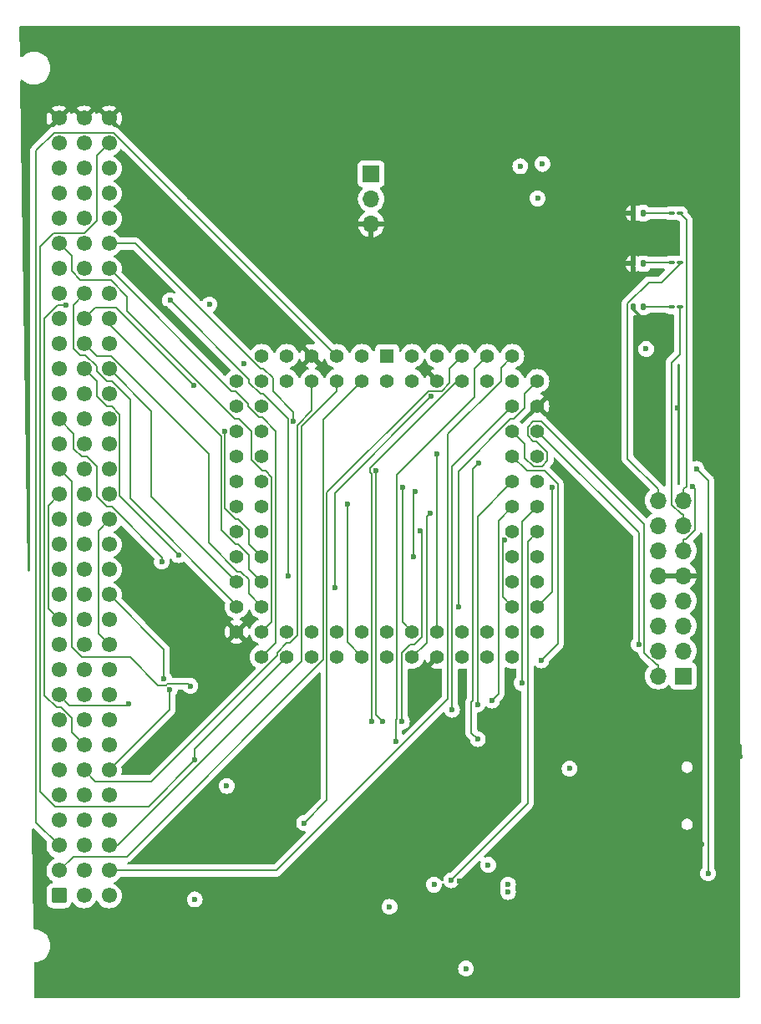
<source format=gbr>
%TF.GenerationSoftware,KiCad,Pcbnew,8.0.2*%
%TF.CreationDate,2024-06-07T17:43:04+02:00*%
%TF.ProjectId,interruptus,696e7465-7272-4757-9074-75732e6b6963,rev?*%
%TF.SameCoordinates,Original*%
%TF.FileFunction,Copper,L1,Top*%
%TF.FilePolarity,Positive*%
%FSLAX46Y46*%
G04 Gerber Fmt 4.6, Leading zero omitted, Abs format (unit mm)*
G04 Created by KiCad (PCBNEW 8.0.2) date 2024-06-07 17:43:04*
%MOMM*%
%LPD*%
G01*
G04 APERTURE LIST*
G04 Aperture macros list*
%AMRoundRect*
0 Rectangle with rounded corners*
0 $1 Rounding radius*
0 $2 $3 $4 $5 $6 $7 $8 $9 X,Y pos of 4 corners*
0 Add a 4 corners polygon primitive as box body*
4,1,4,$2,$3,$4,$5,$6,$7,$8,$9,$2,$3,0*
0 Add four circle primitives for the rounded corners*
1,1,$1+$1,$2,$3*
1,1,$1+$1,$4,$5*
1,1,$1+$1,$6,$7*
1,1,$1+$1,$8,$9*
0 Add four rect primitives between the rounded corners*
20,1,$1+$1,$2,$3,$4,$5,0*
20,1,$1+$1,$4,$5,$6,$7,0*
20,1,$1+$1,$6,$7,$8,$9,0*
20,1,$1+$1,$8,$9,$2,$3,0*%
G04 Aperture macros list end*
%TA.AperFunction,SMDPad,CuDef*%
%ADD10RoundRect,0.147500X-0.147500X-0.172500X0.147500X-0.172500X0.147500X0.172500X-0.147500X0.172500X0*%
%TD*%
%TA.AperFunction,SMDPad,CuDef*%
%ADD11RoundRect,0.100000X0.217500X0.100000X-0.217500X0.100000X-0.217500X-0.100000X0.217500X-0.100000X0*%
%TD*%
%TA.AperFunction,ComponentPad*%
%ADD12R,1.422400X1.422400*%
%TD*%
%TA.AperFunction,ComponentPad*%
%ADD13C,1.422400*%
%TD*%
%TA.AperFunction,ComponentPad*%
%ADD14RoundRect,0.249999X0.525001X-0.525001X0.525001X0.525001X-0.525001X0.525001X-0.525001X-0.525001X0*%
%TD*%
%TA.AperFunction,ComponentPad*%
%ADD15C,1.550000*%
%TD*%
%TA.AperFunction,ComponentPad*%
%ADD16R,1.700000X1.700000*%
%TD*%
%TA.AperFunction,ComponentPad*%
%ADD17O,1.700000X1.700000*%
%TD*%
%TA.AperFunction,ViaPad*%
%ADD18C,0.600000*%
%TD*%
%TA.AperFunction,Conductor*%
%ADD19C,0.300000*%
%TD*%
%TA.AperFunction,Conductor*%
%ADD20C,0.200000*%
%TD*%
G04 APERTURE END LIST*
D10*
%TO.P,D4,1,K*%
%TO.N,GND*%
X137727500Y-69110000D03*
%TO.P,D4,2,A*%
%TO.N,Net-(D4-A)*%
X138697500Y-69110000D03*
%TD*%
D11*
%TO.P,R14,1*%
%TO.N,/I{slash}O{slash}GCLK3*%
X142407500Y-73500000D03*
%TO.P,R14,2*%
%TO.N,Net-(D5-A)*%
X141592500Y-73500000D03*
%TD*%
D12*
%TO.P,U1,1,INPUT/GCLR*%
%TO.N,/I{slash}GCLR*%
X112740000Y-78460000D03*
D13*
%TO.P,U1,2,INPUT/OE2/GCLK2*%
%TO.N,/I{slash}OE2{slash}GCLK2*%
X112740000Y-81000000D03*
%TO.P,U1,3,VCCINT_1*%
%TO.N,+5V*%
X110200000Y-78460000D03*
%TO.P,U1,4,I/O_1*%
%TO.N,B_D5*%
X110200000Y-81000000D03*
%TO.P,U1,5,I/O_2*%
%TO.N,B_D6*%
X107660000Y-78460000D03*
%TO.P,U1,6,I/O_3*%
%TO.N,B_D7*%
X107660000Y-81000000D03*
%TO.P,U1,7,GND_1*%
%TO.N,GND*%
X105120000Y-78460000D03*
%TO.P,U1,8,I/O_4*%
%TO.N,B_D8*%
X105120000Y-81000000D03*
%TO.P,U1,9,I/O_5*%
%TO.N,B_D9*%
X102580000Y-78460000D03*
%TO.P,U1,10,I/O_6*%
%TO.N,B_D10*%
X102580000Y-81000000D03*
%TO.P,U1,11,I/O_7*%
%TO.N,B_D11*%
X100040000Y-78460000D03*
%TO.P,U1,12,I/O/PD1*%
%TO.N,/I{slash}O{slash}PD1*%
X97500000Y-81000000D03*
%TO.P,U1,13,VCCIO_1*%
%TO.N,+5V*%
X100040000Y-81000000D03*
%TO.P,U1,14,I/O/TDI*%
%TO.N,/TDI*%
X97500000Y-83540000D03*
%TO.P,U1,15,I/O_8*%
%TO.N,/B_{slash}IRQ0*%
X100040000Y-83540000D03*
%TO.P,U1,16,I/O_9*%
%TO.N,/B_{slash}IRQ1*%
X97500000Y-86080000D03*
%TO.P,U1,17,I/O_10*%
%TO.N,/B_{slash}IRQ2*%
X100040000Y-86080000D03*
%TO.P,U1,18,I/O_11*%
%TO.N,/B_{slash}IRQ3*%
X97500000Y-88620000D03*
%TO.P,U1,19,GND_2*%
%TO.N,GND*%
X100040000Y-88620000D03*
%TO.P,U1,20,I/O_12*%
%TO.N,/B_{slash}IRQ4*%
X97500000Y-91160000D03*
%TO.P,U1,21,I/O_13*%
%TO.N,/B_{slash}IRQ5*%
X100040000Y-91160000D03*
%TO.P,U1,22,I/O_14*%
%TO.N,/B_{slash}IRQ6*%
X97500000Y-93700000D03*
%TO.P,U1,23,I/O/TMS*%
%TO.N,/TMS*%
X100040000Y-93700000D03*
%TO.P,U1,24,I/O_15*%
%TO.N,/B_{slash}IRQ7*%
X97500000Y-96240000D03*
%TO.P,U1,25,I/O_16*%
%TO.N,/B_{slash}M1*%
X100040000Y-96240000D03*
%TO.P,U1,26,VCCIO_2*%
%TO.N,+5V*%
X97500000Y-98780000D03*
%TO.P,U1,27,I/O_17*%
%TO.N,/B_{slash}INT*%
X100040000Y-98780000D03*
%TO.P,U1,28,I/O_18*%
%TO.N,/B_{slash}WR*%
X97500000Y-101320000D03*
%TO.P,U1,29,I/O_19*%
%TO.N,/B_{slash}RD*%
X100040000Y-101320000D03*
%TO.P,U1,30,I/O_20*%
%TO.N,/B_{slash}INTA*%
X97500000Y-103860000D03*
%TO.P,U1,31,I/O_21*%
%TO.N,/B_{slash}DREQ*%
X100040000Y-103860000D03*
%TO.P,U1,32,GND_3*%
%TO.N,GND*%
X97500000Y-106400000D03*
%TO.P,U1,33,I/O_22*%
%TO.N,/B_{slash}RESOUT*%
X100040000Y-108940000D03*
%TO.P,U1,34,I/O_23*%
%TO.N,/B_{slash}IORQ*%
X100040000Y-106400000D03*
%TO.P,U1,35,I/O_24*%
%TO.N,/B_{slash}RESET*%
X102580000Y-108940000D03*
%TO.P,U1,36,I/O_25*%
%TO.N,B_D13*%
X102580000Y-106400000D03*
%TO.P,U1,37,I/O_26*%
%TO.N,B_D14*%
X105120000Y-108940000D03*
%TO.P,U1,38,VCCIO_3*%
%TO.N,+5V*%
X105120000Y-106400000D03*
%TO.P,U1,39,I/O_27*%
%TO.N,B_D15*%
X107660000Y-108940000D03*
%TO.P,U1,40,I/O_28*%
%TO.N,B_ {slash} SXTAK*%
X107660000Y-106400000D03*
%TO.P,U1,41,I/O_29*%
%TO.N,B_ {slash} SXTRQ*%
X110200000Y-108940000D03*
%TO.P,U1,42,GND_4*%
%TO.N,GND*%
X110200000Y-106400000D03*
%TO.P,U1,43,VCCINT_2*%
%TO.N,+5V*%
X112740000Y-108940000D03*
%TO.P,U1,44,I/O_30*%
%TO.N,B_D12*%
X112740000Y-106400000D03*
%TO.P,U1,45,I/O/PD2*%
%TO.N,/I{slash}O{slash}PD2*%
X115280000Y-108940000D03*
%TO.P,U1,46,I/O_31*%
%TO.N,B_ {slash} DS0*%
X115280000Y-106400000D03*
%TO.P,U1,47,GND_5*%
%TO.N,GND*%
X117820000Y-108940000D03*
%TO.P,U1,48,I/O_32*%
%TO.N,B_ {slash} DS1*%
X117820000Y-106400000D03*
%TO.P,U1,49,I/O_33*%
%TO.N,B_A19*%
X120360000Y-108940000D03*
%TO.P,U1,50,I/O_34*%
%TO.N,B_A18*%
X120360000Y-106400000D03*
%TO.P,U1,51,I/O_35*%
%TO.N,B_A17*%
X122900000Y-108940000D03*
%TO.P,U1,52,I/O_36*%
%TO.N,B_A16*%
X122900000Y-106400000D03*
%TO.P,U1,53,VCCIO_4*%
%TO.N,+5V*%
X125440000Y-108940000D03*
%TO.P,U1,54,I/O_37*%
%TO.N,B_A15*%
X127980000Y-106400000D03*
%TO.P,U1,55,I/O_38*%
%TO.N,B_A14*%
X125440000Y-106400000D03*
%TO.P,U1,56,I/O_39*%
%TO.N,B_A13*%
X127980000Y-103860000D03*
%TO.P,U1,57,I/O_40*%
%TO.N,B_A12*%
X125440000Y-103860000D03*
%TO.P,U1,58,I/O_41*%
%TO.N,B_A11*%
X127980000Y-101320000D03*
%TO.P,U1,59,GND_6*%
%TO.N,GND*%
X125440000Y-101320000D03*
%TO.P,U1,60,I/O_42*%
%TO.N,B_A10*%
X127980000Y-98780000D03*
%TO.P,U1,61,I/O_43*%
%TO.N,B_A9*%
X125440000Y-98780000D03*
%TO.P,U1,62,I/O/TCK*%
%TO.N,/TCK*%
X127980000Y-96240000D03*
%TO.P,U1,63,I/O_44*%
%TO.N,B_A8*%
X125440000Y-96240000D03*
%TO.P,U1,64,I/O_45*%
%TO.N,B_A7*%
X127980000Y-93700000D03*
%TO.P,U1,65,I/O_46*%
%TO.N,B_A6*%
X125440000Y-93700000D03*
%TO.P,U1,66,VCCIO_5*%
%TO.N,+5V*%
X127980000Y-91160000D03*
%TO.P,U1,67,I/O_47*%
%TO.N,B_A5*%
X125440000Y-91160000D03*
%TO.P,U1,68,I/O_48*%
%TO.N,B_A4*%
X127980000Y-88620000D03*
%TO.P,U1,69,I/O_49*%
%TO.N,B_A3*%
X125440000Y-88620000D03*
%TO.P,U1,70,I/O_50*%
%TO.N,B_A2*%
X127980000Y-86080000D03*
%TO.P,U1,71,I/O/TDO*%
%TO.N,/TDO*%
X125440000Y-86080000D03*
%TO.P,U1,72,GND_7*%
%TO.N,GND*%
X127980000Y-83540000D03*
%TO.P,U1,73,I/O_51*%
%TO.N,B_A1*%
X125440000Y-83540000D03*
%TO.P,U1,74,I/O_52*%
%TO.N,B_A0*%
X127980000Y-81000000D03*
%TO.P,U1,75,I/O_53*%
%TO.N,B_D0*%
X125440000Y-78460000D03*
%TO.P,U1,76,I/O_54*%
%TO.N,B_D1*%
X125440000Y-81000000D03*
%TO.P,U1,77,I/O_55*%
%TO.N,B_D2*%
X122900000Y-78460000D03*
%TO.P,U1,78,VCCIO_6*%
%TO.N,+5V*%
X122900000Y-81000000D03*
%TO.P,U1,79,I/O_56*%
%TO.N,B_D3*%
X120360000Y-78460000D03*
%TO.P,U1,80,I/O_57*%
%TO.N,B_D4*%
X120360000Y-81000000D03*
%TO.P,U1,81,I/O/GCLK3*%
%TO.N,/I{slash}O{slash}GCLK3*%
X117820000Y-78460000D03*
%TO.P,U1,82,GND_8*%
%TO.N,GND*%
X117820000Y-81000000D03*
%TO.P,U1,83,INPUT/GCLK1*%
%TO.N,/GCLK1*%
X115280000Y-78460000D03*
%TO.P,U1,84,INPUT/OE1*%
%TO.N,/I{slash}OE1*%
X115280000Y-81000000D03*
%TD*%
D14*
%TO.P,P1,a1,1A*%
%TO.N,B_VCC*%
X79500000Y-133120000D03*
D15*
%TO.P,P1,a2,2A*%
%TO.N,B_D5*%
X79500000Y-130580000D03*
%TO.P,P1,a3,3A*%
%TO.N,B_D6*%
X79500000Y-128040000D03*
%TO.P,P1,a4,4A*%
%TO.N,B_D3*%
X79500000Y-125500000D03*
%TO.P,P1,a5,5A*%
%TO.N,B_D4*%
X79500000Y-122960000D03*
%TO.P,P1,a6,6A*%
%TO.N,B_A2*%
X79500000Y-120420000D03*
%TO.P,P1,a7,7A*%
%TO.N,B_A4*%
X79500000Y-117880000D03*
%TO.P,P1,a8,8A*%
%TO.N,B_A5*%
X79500000Y-115340000D03*
%TO.P,P1,a9,9A*%
%TO.N,B_A6*%
X79500000Y-112800000D03*
%TO.P,P1,a10,10A*%
%TO.N,unconnected-(P1-10A-Pada10)*%
X79500000Y-110260000D03*
%TO.P,P1,a11,11A*%
%TO.N,unconnected-(P1-11A-Pada11)*%
X79500000Y-107720000D03*
%TO.P,P1,a12,12A*%
%TO.N,/BAI{slash}O*%
X79500000Y-105180000D03*
%TO.P,P1,a13,13A*%
%TO.N,unconnected-(P1-13A-Pada13)*%
X79500000Y-102640000D03*
%TO.P,P1,a14,14A*%
%TO.N,B_A19*%
X79500000Y-100100000D03*
%TO.P,P1,a15,15A*%
%TO.N,unconnected-(P1-15A-Pada15)*%
X79500000Y-97560000D03*
%TO.P,P1,a16,16A*%
%TO.N,unconnected-(P1-16A-Pada16)*%
X79500000Y-95020000D03*
%TO.P,P1,a17,17A*%
%TO.N,/BAI{slash}O*%
X79500000Y-92480000D03*
%TO.P,P1,a18,18A*%
%TO.N,B_A14*%
X79500000Y-89940000D03*
%TO.P,P1,a19,19A*%
%TO.N,unconnected-(P1-19A-Pada19)*%
X79500000Y-87400000D03*
%TO.P,P1,a20,20A*%
%TO.N,/B_{slash}M1*%
X79500000Y-84860000D03*
%TO.P,P1,a21,21A*%
%TO.N,unconnected-(P1-21A-Pada21)*%
X79500000Y-82320000D03*
%TO.P,P1,a22,22A*%
%TO.N,unconnected-(P1-22A-Pada22)*%
X79500000Y-79780000D03*
%TO.P,P1,a23,23A*%
%TO.N,unconnected-(P1-23A-Pada23)*%
X79500000Y-77240000D03*
%TO.P,P1,a24,24A*%
%TO.N,/B_VBAT*%
X79500000Y-74700000D03*
%TO.P,P1,a25,25A*%
%TO.N,unconnected-(P1-25A-Pada25)*%
X79500000Y-72160000D03*
%TO.P,P1,a26,26A*%
%TO.N,unconnected-(P1-26A-Pada26)*%
X79500000Y-69620000D03*
%TO.P,P1,a27,27A*%
%TO.N,/B_{slash}IORQ*%
X79500000Y-67080000D03*
%TO.P,P1,a28,28A*%
%TO.N,B_A15*%
X79500000Y-64540000D03*
%TO.P,P1,a29,29A*%
%TO.N,B_A13*%
X79500000Y-62000000D03*
%TO.P,P1,a30,30A*%
%TO.N,B_A9*%
X79500000Y-59460000D03*
%TO.P,P1,a31,31A*%
%TO.N,unconnected-(P1-31A-Pada31)*%
X79500000Y-56920000D03*
%TO.P,P1,a32,32A*%
%TO.N,GND*%
X79500000Y-54380000D03*
%TO.P,P1,b1,1B*%
%TO.N,B_VCC*%
X82040000Y-133120000D03*
%TO.P,P1,b2,2B*%
%TO.N,unconnected-(P1-2B-Padb2)*%
X82040000Y-130580000D03*
%TO.P,P1,b3,3B*%
%TO.N,unconnected-(P1-3B-Padb3)*%
X82040000Y-128040000D03*
%TO.P,P1,b4,4B*%
%TO.N,unconnected-(P1-4B-Padb4)*%
X82040000Y-125500000D03*
%TO.P,P1,b5,5B*%
%TO.N,unconnected-(P1-5B-Padb5)*%
X82040000Y-122960000D03*
%TO.P,P1,b6,6B*%
%TO.N,B_D8*%
X82040000Y-120420000D03*
%TO.P,P1,b7,7B*%
%TO.N,B_D9*%
X82040000Y-117880000D03*
%TO.P,P1,b8,8B*%
%TO.N,B_D10*%
X82040000Y-115340000D03*
%TO.P,P1,b9,9B*%
%TO.N,B_D11*%
X82040000Y-112800000D03*
%TO.P,P1,b10,10B*%
%TO.N,B_D12*%
X82040000Y-110260000D03*
%TO.P,P1,b11,11B*%
%TO.N,B_D13*%
X82040000Y-107720000D03*
%TO.P,P1,b12,12B*%
%TO.N,B_D14*%
X82040000Y-105180000D03*
%TO.P,P1,b13,13B*%
%TO.N,B_D15*%
X82040000Y-102640000D03*
%TO.P,P1,b14,14B*%
%TO.N,/B_{slash}IRQ7*%
X82040000Y-100100000D03*
%TO.P,P1,b15,15B*%
%TO.N,/B_{slash}IRQ6*%
X82040000Y-97560000D03*
%TO.P,P1,b16,16B*%
%TO.N,/B_{slash}IRQ5*%
X82040000Y-95020000D03*
%TO.P,P1,b17,17B*%
%TO.N,/B_{slash}IRQ4*%
X82040000Y-92480000D03*
%TO.P,P1,b18,18B*%
%TO.N,/B_{slash}IRQ3*%
X82040000Y-89940000D03*
%TO.P,P1,b19,19B*%
%TO.N,/B_{slash}IRQ2*%
X82040000Y-87400000D03*
%TO.P,P1,b20,20B*%
%TO.N,/B_{slash}IRQ1*%
X82040000Y-84860000D03*
%TO.P,P1,b21,21B*%
%TO.N,/B_{slash}IRQ0*%
X82040000Y-82320000D03*
%TO.P,P1,b22,22B*%
%TO.N,B_ {slash} SXTAK*%
X82040000Y-79780000D03*
%TO.P,P1,b23,23B*%
%TO.N,/B_{slash}DREQ*%
X82040000Y-77240000D03*
%TO.P,P1,b24,24B*%
%TO.N,B_ {slash} SXTRQ*%
X82040000Y-74700000D03*
%TO.P,P1,b25,25B*%
%TO.N,/B_{slash}INTA*%
X82040000Y-72160000D03*
%TO.P,P1,b26,26B*%
%TO.N,unconnected-(P1-26B-Padb26)*%
X82040000Y-69620000D03*
%TO.P,P1,b27,27B*%
%TO.N,unconnected-(P1-27B-Padb27)*%
X82040000Y-67080000D03*
%TO.P,P1,b28,28B*%
%TO.N,B_ {slash} DS0*%
X82040000Y-64540000D03*
%TO.P,P1,b29,29B*%
%TO.N,B_ {slash} DS1*%
X82040000Y-62000000D03*
%TO.P,P1,b30,30B*%
%TO.N,unconnected-(P1-30B-Padb30)*%
X82040000Y-59460000D03*
%TO.P,P1,b31,31B*%
%TO.N,unconnected-(P1-31B-Padb31)*%
X82040000Y-56920000D03*
%TO.P,P1,b32,32B*%
%TO.N,GND*%
X82040000Y-54380000D03*
%TO.P,P1,c1,1C*%
%TO.N,B_VCC*%
X84580000Y-133120000D03*
%TO.P,P1,c2,2C*%
%TO.N,B_D0*%
X84580000Y-130580000D03*
%TO.P,P1,c3,3C*%
%TO.N,B_D7*%
X84580000Y-128040000D03*
%TO.P,P1,c4,4C*%
%TO.N,B_D2*%
X84580000Y-125500000D03*
%TO.P,P1,c5,5C*%
%TO.N,B_A0*%
X84580000Y-122960000D03*
%TO.P,P1,c6,6C*%
%TO.N,B_A3*%
X84580000Y-120420000D03*
%TO.P,P1,c7,7C*%
%TO.N,B_A1*%
X84580000Y-117880000D03*
%TO.P,P1,c8,8C*%
%TO.N,B_A8*%
X84580000Y-115340000D03*
%TO.P,P1,c9,9C*%
%TO.N,B_A7*%
X84580000Y-112800000D03*
%TO.P,P1,c10,10C*%
%TO.N,B_A16*%
X84580000Y-110260000D03*
%TO.P,P1,c11,11C*%
%TO.N,/IEI{slash}O*%
X84580000Y-107720000D03*
%TO.P,P1,c12,12C*%
%TO.N,B_A17*%
X84580000Y-105180000D03*
%TO.P,P1,c13,13C*%
%TO.N,B_A18*%
X84580000Y-102640000D03*
%TO.P,P1,c14,14C*%
%TO.N,B_D1*%
X84580000Y-100100000D03*
%TO.P,P1,c15,15C*%
%TO.N,unconnected-(P1-15C-Padc15)*%
X84580000Y-97560000D03*
%TO.P,P1,c16,16C*%
%TO.N,/IEI{slash}O*%
X84580000Y-95020000D03*
%TO.P,P1,c17,17C*%
%TO.N,B_A11*%
X84580000Y-92480000D03*
%TO.P,P1,c18,18C*%
%TO.N,B_A10*%
X84580000Y-89940000D03*
%TO.P,P1,c19,19C*%
%TO.N,unconnected-(P1-19C-Padc19)*%
X84580000Y-87400000D03*
%TO.P,P1,c20,20C*%
%TO.N,unconnected-(P1-20C-Padc20)*%
X84580000Y-84860000D03*
%TO.P,P1,c21,21C*%
%TO.N,/B_{slash}INT*%
X84580000Y-82320000D03*
%TO.P,P1,c22,22C*%
%TO.N,/B_{slash}WR*%
X84580000Y-79780000D03*
%TO.P,P1,c23,23C*%
%TO.N,unconnected-(P1-23C-Padc23)*%
X84580000Y-77240000D03*
%TO.P,P1,c24,24C*%
%TO.N,/B_{slash}RD*%
X84580000Y-74700000D03*
%TO.P,P1,c25,25C*%
%TO.N,unconnected-(P1-25C-Padc25)*%
X84580000Y-72160000D03*
%TO.P,P1,c26,26C*%
%TO.N,/B_{slash}RESOUT*%
X84580000Y-69620000D03*
%TO.P,P1,c27,27C*%
%TO.N,B_A12*%
X84580000Y-67080000D03*
%TO.P,P1,c28,28C*%
%TO.N,unconnected-(P1-28C-Padc28)*%
X84580000Y-64540000D03*
%TO.P,P1,c29,29C*%
%TO.N,unconnected-(P1-29C-Padc29)*%
X84580000Y-62000000D03*
%TO.P,P1,c30,30C*%
%TO.N,unconnected-(P1-30C-Padc30)*%
X84580000Y-59460000D03*
%TO.P,P1,c31,31C*%
%TO.N,/B_{slash}RESET*%
X84580000Y-56920000D03*
%TO.P,P1,c32,32C*%
%TO.N,GND*%
X84580000Y-54380000D03*
%TD*%
D11*
%TO.P,R13,1*%
%TO.N,/I{slash}O{slash}PD1*%
X142407500Y-69000000D03*
%TO.P,R13,2*%
%TO.N,Net-(D4-A)*%
X141592500Y-69000000D03*
%TD*%
D10*
%TO.P,D3,1,K*%
%TO.N,GND*%
X137727500Y-64000000D03*
%TO.P,D3,2,A*%
%TO.N,Net-(D3-A)*%
X138697500Y-64000000D03*
%TD*%
D11*
%TO.P,R12,1*%
%TO.N,/I{slash}O{slash}PD2*%
X142407500Y-64000000D03*
%TO.P,R12,2*%
%TO.N,Net-(D3-A)*%
X141592500Y-64000000D03*
%TD*%
D16*
%TO.P,J2,1,Pin_1*%
%TO.N,/TDI*%
X142775000Y-110875000D03*
D17*
%TO.P,J2,2,Pin_2*%
%TO.N,/TDO*%
X140235000Y-110875000D03*
%TO.P,J2,3,Pin_3*%
%TO.N,/TCK*%
X142775000Y-108335000D03*
%TO.P,J2,4,Pin_4*%
%TO.N,/TMS*%
X140235000Y-108335000D03*
%TO.P,J2,5,Pin_5*%
%TO.N,unconnected-(J2-Pin_5-Pad5)*%
X142775000Y-105795000D03*
%TO.P,J2,6,Pin_6*%
%TO.N,unconnected-(J2-Pin_6-Pad6)*%
X140235000Y-105795000D03*
%TO.P,J2,7,Pin_7*%
%TO.N,+3.3V*%
X142775000Y-103255000D03*
%TO.P,J2,8,Pin_8*%
%TO.N,+5V*%
X140235000Y-103255000D03*
%TO.P,J2,9,Pin_9*%
%TO.N,GND*%
X142775000Y-100715000D03*
%TO.P,J2,10,Pin_10*%
X140235000Y-100715000D03*
%TO.P,J2,11,Pin_11*%
%TO.N,/I{slash}OE1*%
X142775000Y-98175000D03*
%TO.P,J2,12,Pin_12*%
%TO.N,/I{slash}GCLR*%
X140235000Y-98175000D03*
%TO.P,J2,13,Pin_13*%
%TO.N,/I{slash}O{slash}GCLK3*%
X142775000Y-95635000D03*
%TO.P,J2,14,Pin_14*%
%TO.N,/I{slash}OE2{slash}GCLK2*%
X140235000Y-95635000D03*
%TO.P,J2,15,Pin_15*%
%TO.N,/I{slash}O{slash}PD2*%
X142775000Y-93095000D03*
%TO.P,J2,16,Pin_16*%
%TO.N,/I{slash}O{slash}PD1*%
X140235000Y-93095000D03*
%TD*%
D16*
%TO.P,J1,1,Pin_1*%
%TO.N,+3.3V*%
X111137500Y-60010000D03*
D17*
%TO.P,J1,2,Pin_2*%
%TO.N,Net-(J1-Pin_2)*%
X111137500Y-62550000D03*
%TO.P,J1,3,Pin_3*%
%TO.N,GND*%
X111137500Y-65090000D03*
%TD*%
D10*
%TO.P,D5,1,K*%
%TO.N,GND*%
X137727500Y-73500000D03*
%TO.P,D5,2,A*%
%TO.N,Net-(D5-A)*%
X138697500Y-73500000D03*
%TD*%
D18*
%TO.N,+5V*%
X94750000Y-73250000D03*
X98250000Y-79250000D03*
X125000000Y-132750000D03*
X125000000Y-132000000D03*
X126250000Y-59250000D03*
X128000000Y-62500000D03*
%TO.N,GND*%
X136500000Y-64000000D03*
X136500000Y-69250000D03*
X139000000Y-75000000D03*
%TO.N,+5V*%
X96500000Y-122000000D03*
X93250000Y-133500000D03*
X120750000Y-140500000D03*
X113000000Y-134250000D03*
X117500000Y-132000000D03*
X123000000Y-130000000D03*
X131250000Y-120250000D03*
X139000000Y-77750000D03*
X128500000Y-59000000D03*
%TO.N,/GCLR_FTDI*%
X145290900Y-130852300D03*
X144111800Y-89882600D03*
%TO.N,B_ {slash} SXTRQ*%
X108700700Y-93454500D03*
X93157500Y-81468800D03*
%TO.N,B_D10*%
X112274000Y-115445100D03*
X111626600Y-90035300D03*
%TO.N,B_D9*%
X80167700Y-73296800D03*
%TO.N,B_ {slash} DS0*%
X114285100Y-91789900D03*
%TO.N,B_ {slash} DS1*%
X117820000Y-88351000D03*
%TO.N,B_ {slash} SXTAK*%
X91623900Y-98639700D03*
%TO.N,/B_{slash}RESET*%
X93255300Y-119357400D03*
%TO.N,/B_{slash}INT*%
X96302400Y-86124200D03*
%TO.N,/B_{slash}M1*%
X89913800Y-99276600D03*
%TO.N,B_D3*%
X104335500Y-125760300D03*
%TO.N,B_A15*%
X90745800Y-72835200D03*
X102687000Y-100763300D03*
%TO.N,B_D1*%
X107446000Y-101928500D03*
X117217300Y-82574700D03*
%TO.N,B_D2*%
X113675700Y-117539800D03*
%TO.N,B_D4*%
X111198900Y-115445000D03*
%TO.N,B_A18*%
X90135800Y-111185000D03*
%TO.N,/I{slash}OE1*%
X143735000Y-91641900D03*
%TO.N,/TCK*%
X119236400Y-131559500D03*
%TO.N,/I{slash}O{slash}PD2*%
X117112000Y-94355600D03*
%TO.N,B_A13*%
X129475600Y-91724100D03*
%TO.N,B_A14*%
X92804500Y-111879400D03*
%TO.N,B_A8*%
X114257400Y-115503200D03*
X116127400Y-96137300D03*
%TO.N,B_A6*%
X86530600Y-113667400D03*
X123379600Y-113363900D03*
%TO.N,B_A7*%
X126404000Y-111604400D03*
%TO.N,B_A12*%
X124612000Y-97100000D03*
X103268700Y-85034000D03*
%TO.N,B_A2*%
X138251000Y-107669600D03*
%TO.N,B_A1*%
X119336100Y-114286700D03*
%TO.N,B_A0*%
X119960900Y-103861200D03*
%TO.N,B_A4*%
X121941400Y-117262200D03*
X121998400Y-89302300D03*
%TO.N,B_A3*%
X90705200Y-112261100D03*
X128386400Y-109290200D03*
%TO.N,B_A9*%
X115417700Y-98756500D03*
X115612000Y-92173000D03*
%TO.N,B_A5*%
X121903700Y-113741700D03*
%TO.N,GND*%
X128616900Y-130281100D03*
X139411000Y-130836400D03*
X140032000Y-117454700D03*
X128901900Y-129037300D03*
X131585200Y-60897400D03*
X121143000Y-131804400D03*
X120116300Y-131676900D03*
X116558100Y-132882100D03*
X121455200Y-136637300D03*
X118211600Y-60872400D03*
X115468300Y-63054700D03*
X125199400Y-127460600D03*
X113125400Y-125646200D03*
X142175100Y-83684400D03*
X107640900Y-128032400D03*
X100895700Y-124943800D03*
X140257100Y-83760500D03*
X127587400Y-61459400D03*
X119891000Y-63538600D03*
X144676200Y-127890900D03*
X140523800Y-126074400D03*
X140011600Y-119565600D03*
X115007200Y-138415200D03*
X90258400Y-73638400D03*
X119029800Y-136398900D03*
X148533000Y-119049600D03*
%TD*%
D19*
%TO.N,GND*%
X137727500Y-64000000D02*
X136500000Y-64000000D01*
X137727500Y-69110000D02*
X136640000Y-69110000D01*
X136640000Y-69110000D02*
X136500000Y-69250000D01*
X137727500Y-73500000D02*
X137727500Y-73727500D01*
X137727500Y-73727500D02*
X139000000Y-75000000D01*
D20*
%TO.N,Net-(D5-A)*%
X141592500Y-73500000D02*
X138697500Y-73500000D01*
%TO.N,Net-(D4-A)*%
X138807500Y-69000000D02*
X138697500Y-69110000D01*
X141592500Y-69000000D02*
X138807500Y-69000000D01*
%TO.N,Net-(D3-A)*%
X141592500Y-64000000D02*
X138697500Y-64000000D01*
%TO.N,/GCLR_FTDI*%
X145290900Y-91061700D02*
X144111800Y-89882600D01*
X145290900Y-130852300D02*
X145290900Y-91061700D01*
%TO.N,B_ {slash} SXTRQ*%
X108700700Y-107440700D02*
X108700700Y-93454500D01*
X110200000Y-108940000D02*
X108700700Y-107440700D01*
X83151300Y-73588700D02*
X82040000Y-74700000D01*
X85277400Y-73588700D02*
X83151300Y-73588700D01*
X93157500Y-81468800D02*
X85277400Y-73588700D01*
%TO.N,/IEI{slash}O*%
X83468700Y-106608700D02*
X84580000Y-107720000D01*
X83468700Y-96131300D02*
X83468700Y-106608700D01*
X84580000Y-95020000D02*
X83468700Y-96131300D01*
%TO.N,B_D10*%
X111626600Y-114797700D02*
X111626600Y-90035300D01*
X112274000Y-115445100D02*
X111626600Y-114797700D01*
%TO.N,B_D9*%
X79389200Y-73296800D02*
X80167700Y-73296800D01*
X77997400Y-74688600D02*
X79389200Y-73296800D01*
X77997400Y-112816200D02*
X77997400Y-74688600D01*
X79251200Y-114070000D02*
X77997400Y-112816200D01*
X79735100Y-114070000D02*
X79251200Y-114070000D01*
X80770000Y-115104900D02*
X79735100Y-114070000D01*
X80770000Y-116610000D02*
X80770000Y-115104900D01*
X82040000Y-117880000D02*
X80770000Y-116610000D01*
%TO.N,B_D8*%
X105120000Y-84005400D02*
X105120000Y-81000000D01*
X103621300Y-85504100D02*
X105120000Y-84005400D01*
X103621300Y-106784800D02*
X103621300Y-85504100D01*
X102870500Y-107535600D02*
X103621300Y-106784800D01*
X102576700Y-107535600D02*
X102870500Y-107535600D01*
X101587100Y-108525200D02*
X102576700Y-107535600D01*
X101587100Y-108810200D02*
X101587100Y-108525200D01*
X88866100Y-121531200D02*
X101587100Y-108810200D01*
X83151200Y-121531200D02*
X88866100Y-121531200D01*
X82040000Y-120420000D02*
X83151200Y-121531200D01*
%TO.N,/BAI{slash}O*%
X78386400Y-93593600D02*
X79500000Y-92480000D01*
X78386400Y-104066400D02*
X78386400Y-93593600D01*
X79500000Y-105180000D02*
X78386400Y-104066400D01*
%TO.N,B_ {slash} DS0*%
X114285100Y-105405100D02*
X114285100Y-91789900D01*
X115280000Y-106400000D02*
X114285100Y-105405100D01*
%TO.N,B_ {slash} DS1*%
X117820000Y-88351000D02*
X117820000Y-106400000D01*
%TO.N,B_ {slash} SXTAK*%
X85636700Y-92652500D02*
X91623900Y-98639700D01*
X85636700Y-84397900D02*
X85636700Y-92652500D01*
X84828800Y-83590000D02*
X85636700Y-84397900D01*
X84345000Y-83590000D02*
X84828800Y-83590000D01*
X83310000Y-82555000D02*
X84345000Y-83590000D01*
X83310000Y-81050000D02*
X83310000Y-82555000D01*
X82040000Y-79780000D02*
X83310000Y-81050000D01*
%TO.N,/B_{slash}RESET*%
X93255300Y-118264700D02*
X102580000Y-108940000D01*
X93255300Y-119357400D02*
X93255300Y-118264700D01*
X83310000Y-58190000D02*
X84580000Y-56920000D01*
X83310000Y-64793000D02*
X83310000Y-58190000D01*
X82079700Y-66023300D02*
X83310000Y-64793000D01*
X78975200Y-66023300D02*
X82079700Y-66023300D01*
X77596200Y-67402300D02*
X78975200Y-66023300D01*
X77596200Y-122569700D02*
X77596200Y-67402300D01*
X79095000Y-124068500D02*
X77596200Y-122569700D01*
X88544200Y-124068500D02*
X79095000Y-124068500D01*
X93255300Y-119357400D02*
X88544200Y-124068500D01*
%TO.N,/B_{slash}WR*%
X88841700Y-92661700D02*
X97500000Y-101320000D01*
X88841700Y-84041700D02*
X88841700Y-92661700D01*
X84580000Y-79780000D02*
X88841700Y-84041700D01*
%TO.N,/I{slash}O{slash}PD1*%
X142407500Y-69124600D02*
X142407500Y-69000000D01*
X140540900Y-70991200D02*
X142407500Y-69124600D01*
X139269200Y-70991200D02*
X140540900Y-70991200D01*
X137131500Y-73128900D02*
X139269200Y-70991200D01*
X137131500Y-88859800D02*
X137131500Y-73128900D01*
X140235000Y-91963300D02*
X137131500Y-88859800D01*
X140235000Y-93095000D02*
X140235000Y-91963300D01*
%TO.N,/B_{slash}INT*%
X96313700Y-86135500D02*
X96302400Y-86124200D01*
X96313700Y-93919900D02*
X96313700Y-86135500D01*
X97363800Y-94970000D02*
X96313700Y-93919900D01*
X97648900Y-94970000D02*
X97363800Y-94970000D01*
X98770100Y-96091200D02*
X97648900Y-94970000D01*
X98770100Y-97510100D02*
X98770100Y-96091200D01*
X100040000Y-98780000D02*
X98770100Y-97510100D01*
%TO.N,B_D7*%
X107660000Y-82005200D02*
X107660000Y-81000000D01*
X104049500Y-85615700D02*
X107660000Y-82005200D01*
X104049500Y-109415700D02*
X104049500Y-85615700D01*
X85425200Y-128040000D02*
X104049500Y-109415700D01*
X84580000Y-128040000D02*
X85425200Y-128040000D01*
%TO.N,/B_{slash}M1*%
X89913800Y-98835000D02*
X89913800Y-99276600D01*
X84828800Y-93750000D02*
X89913800Y-98835000D01*
X84345000Y-93750000D02*
X84828800Y-93750000D01*
X83310000Y-92715000D02*
X84345000Y-93750000D01*
X83310000Y-89655000D02*
X83310000Y-92715000D01*
X82325000Y-88670000D02*
X83310000Y-89655000D01*
X81800800Y-88670000D02*
X82325000Y-88670000D01*
X80960000Y-87829200D02*
X81800800Y-88670000D01*
X80960000Y-86320000D02*
X80960000Y-87829200D01*
X79500000Y-84860000D02*
X80960000Y-86320000D01*
%TO.N,/B_{slash}INTA*%
X80934500Y-73265500D02*
X82040000Y-72160000D01*
X80934500Y-77673800D02*
X80934500Y-73265500D01*
X81647200Y-78386500D02*
X80934500Y-77673800D01*
X82173600Y-78386500D02*
X81647200Y-78386500D01*
X83310000Y-79522900D02*
X82173600Y-78386500D01*
X83310000Y-80015000D02*
X83310000Y-79522900D01*
X84345000Y-81050000D02*
X83310000Y-80015000D01*
X84842600Y-81050000D02*
X84345000Y-81050000D01*
X86693200Y-82900600D02*
X84842600Y-81050000D01*
X86693200Y-92886400D02*
X86693200Y-82900600D01*
X97500000Y-103693200D02*
X86693200Y-92886400D01*
X97500000Y-103860000D02*
X97500000Y-103693200D01*
%TO.N,/B_{slash}RESOUT*%
X101490900Y-107489100D02*
X100040000Y-108940000D01*
X101490900Y-86082100D02*
X101490900Y-107489100D01*
X100084300Y-84675500D02*
X101490900Y-86082100D01*
X99768600Y-84675500D02*
X100084300Y-84675500D01*
X98635500Y-83542400D02*
X99768600Y-84675500D01*
X98635500Y-83268000D02*
X98635500Y-83542400D01*
X97360400Y-81992900D02*
X98635500Y-83268000D01*
X96952900Y-81992900D02*
X97360400Y-81992900D01*
X84580000Y-69620000D02*
X96952900Y-81992900D01*
%TO.N,B_D3*%
X119090000Y-79730000D02*
X120360000Y-78460000D01*
X119090000Y-81171800D02*
X119090000Y-79730000D01*
X118268900Y-81992900D02*
X119090000Y-81171800D01*
X116947500Y-81992900D02*
X118268900Y-81992900D01*
X106653200Y-92287200D02*
X116947500Y-81992900D01*
X106653200Y-123442600D02*
X106653200Y-92287200D01*
X104335500Y-125760300D02*
X106653200Y-123442600D01*
%TO.N,B_A15*%
X102687000Y-84780900D02*
X102687000Y-100763300D01*
X100176100Y-82270000D02*
X102687000Y-84780900D01*
X99891200Y-82270000D02*
X100176100Y-82270000D01*
X98770000Y-81148800D02*
X99891200Y-82270000D01*
X98770000Y-80859400D02*
X98770000Y-81148800D01*
X90745800Y-72835200D02*
X98770000Y-80859400D01*
%TO.N,/B_{slash}IORQ*%
X101072700Y-105367300D02*
X100040000Y-106400000D01*
X101072700Y-90759600D02*
X101072700Y-105367300D01*
X100398200Y-90085100D02*
X101072700Y-90759600D01*
X100086900Y-90085100D02*
X100398200Y-90085100D01*
X98960100Y-88958300D02*
X100086900Y-90085100D01*
X98960100Y-86074400D02*
X98960100Y-88958300D01*
X97695700Y-84810000D02*
X98960100Y-86074400D01*
X97334000Y-84810000D02*
X97695700Y-84810000D01*
X86422100Y-73898100D02*
X97334000Y-84810000D01*
X86422100Y-72432100D02*
X86422100Y-73898100D01*
X84745500Y-70755500D02*
X86422100Y-72432100D01*
X81670500Y-70755500D02*
X84745500Y-70755500D01*
X80770000Y-69855000D02*
X81670500Y-70755500D01*
X80770000Y-68350000D02*
X80770000Y-69855000D01*
X79500000Y-67080000D02*
X80770000Y-68350000D01*
%TO.N,/I{slash}O{slash}GCLK3*%
X142407500Y-78271400D02*
X142407500Y-73500000D01*
X141568300Y-79110600D02*
X142407500Y-78271400D01*
X141568300Y-93508800D02*
X141568300Y-79110600D01*
X142562800Y-94503300D02*
X141568300Y-93508800D01*
X142775000Y-94503300D02*
X142562800Y-94503300D01*
X142775000Y-95635000D02*
X142775000Y-94503300D01*
%TO.N,/B_{slash}RD*%
X84580000Y-75224300D02*
X84580000Y-74700000D01*
X95932000Y-86576300D02*
X84580000Y-75224300D01*
X95932000Y-96078200D02*
X95932000Y-86576300D01*
X97363800Y-97510000D02*
X95932000Y-96078200D01*
X97648900Y-97510000D02*
X97363800Y-97510000D01*
X98770100Y-98631200D02*
X97648900Y-97510000D01*
X98770100Y-100050100D02*
X98770100Y-98631200D01*
X100040000Y-101320000D02*
X98770100Y-100050100D01*
%TO.N,B_D1*%
X107446000Y-92346000D02*
X117217300Y-82574700D01*
X107446000Y-101928500D02*
X107446000Y-92346000D01*
%TO.N,/B_{slash}DREQ*%
X98723700Y-102543700D02*
X100040000Y-103860000D01*
X98723700Y-101106000D02*
X98723700Y-102543700D01*
X97925700Y-100308000D02*
X98723700Y-101106000D01*
X97580200Y-100308000D02*
X97925700Y-100308000D01*
X94655700Y-97383500D02*
X97580200Y-100308000D01*
X94655700Y-88353700D02*
X94655700Y-97383500D01*
X84812000Y-78510000D02*
X94655700Y-88353700D01*
X83310000Y-78510000D02*
X84812000Y-78510000D01*
X82040000Y-77240000D02*
X83310000Y-78510000D01*
%TO.N,B_D5*%
X106257300Y-84942700D02*
X110200000Y-81000000D01*
X106257300Y-109245100D02*
X106257300Y-84942700D01*
X86351200Y-129151200D02*
X106257300Y-109245100D01*
X80928800Y-129151200D02*
X86351200Y-129151200D01*
X79500000Y-130580000D02*
X80928800Y-129151200D01*
%TO.N,B_D2*%
X113675700Y-115262300D02*
X113675700Y-117539800D01*
X113752300Y-115185700D02*
X113675700Y-115262300D01*
X113752300Y-92081300D02*
X113752300Y-115185700D01*
X113701800Y-92030800D02*
X113752300Y-92081300D01*
X113701800Y-90509400D02*
X113701800Y-92030800D01*
X121630000Y-82581200D02*
X113701800Y-90509400D01*
X121630000Y-79730000D02*
X121630000Y-82581200D01*
X122900000Y-78460000D02*
X121630000Y-79730000D01*
%TO.N,B_D4*%
X119839300Y-81000000D02*
X120360000Y-81000000D01*
X111044900Y-89794400D02*
X119839300Y-81000000D01*
X111044900Y-90276200D02*
X111044900Y-89794400D01*
X111198900Y-90430200D02*
X111044900Y-90276200D01*
X111198900Y-115445000D02*
X111198900Y-90430200D01*
%TO.N,B_D6*%
X85041100Y-55841100D02*
X107660000Y-78460000D01*
X79001800Y-55841100D02*
X85041100Y-55841100D01*
X77188500Y-57654400D02*
X79001800Y-55841100D01*
X77188500Y-125728500D02*
X77188500Y-57654400D01*
X79500000Y-128040000D02*
X77188500Y-125728500D01*
%TO.N,B_D0*%
X124273200Y-79626800D02*
X125440000Y-78460000D01*
X124273200Y-81033800D02*
X124273200Y-79626800D01*
X118923400Y-86383600D02*
X124273200Y-81033800D01*
X118923400Y-113170300D02*
X118923400Y-86383600D01*
X101513700Y-130580000D02*
X118923400Y-113170300D01*
X84580000Y-130580000D02*
X101513700Y-130580000D01*
%TO.N,B_A18*%
X90135800Y-108195800D02*
X90135800Y-111185000D01*
X84580000Y-102640000D02*
X90135800Y-108195800D01*
%TO.N,/I{slash}OE1*%
X142775000Y-98175000D02*
X142775000Y-97043300D01*
X142987200Y-97043300D02*
X142775000Y-97043300D01*
X143919700Y-96110800D02*
X142987200Y-97043300D01*
X143919700Y-91826600D02*
X143919700Y-96110800D01*
X143735000Y-91641900D02*
X143919700Y-91826600D01*
%TO.N,/TCK*%
X126985700Y-97234300D02*
X127980000Y-96240000D01*
X126985700Y-123810200D02*
X126985700Y-97234300D01*
X119236400Y-131559500D02*
X126985700Y-123810200D01*
%TO.N,/TDO*%
X140235000Y-110875000D02*
X140235000Y-109743300D01*
X126710100Y-87350100D02*
X125440000Y-86080000D01*
X126710100Y-88768900D02*
X126710100Y-87350100D01*
X127581100Y-89639900D02*
X126710100Y-88768900D01*
X128456200Y-89639900D02*
X127581100Y-89639900D01*
X129006700Y-89089400D02*
X128456200Y-89639900D01*
X129006700Y-88186800D02*
X129006700Y-89089400D01*
X127892800Y-87072900D02*
X129006700Y-88186800D01*
X127568800Y-87072900D02*
X127892800Y-87072900D01*
X126987100Y-86491200D02*
X127568800Y-87072900D01*
X126987100Y-85668800D02*
X126987100Y-86491200D01*
X127568800Y-85087100D02*
X126987100Y-85668800D01*
X128391300Y-85087100D02*
X127568800Y-85087100D01*
X138832700Y-95528500D02*
X128391300Y-85087100D01*
X138832700Y-108553300D02*
X138832700Y-95528500D01*
X140022700Y-109743300D02*
X138832700Y-108553300D01*
X140235000Y-109743300D02*
X140022700Y-109743300D01*
%TO.N,/I{slash}O{slash}PD2*%
X142775000Y-93095000D02*
X142775000Y-91963300D01*
X116741300Y-94726300D02*
X117112000Y-94355600D01*
X116741300Y-107478700D02*
X116741300Y-94726300D01*
X115280000Y-108940000D02*
X116741300Y-107478700D01*
X143069800Y-91668500D02*
X142775000Y-91963300D01*
X143069800Y-64662300D02*
X143069800Y-91668500D01*
X142407500Y-64000000D02*
X143069800Y-64662300D01*
%TO.N,B_A13*%
X129475600Y-102364400D02*
X127980000Y-103860000D01*
X129475600Y-91724100D02*
X129475600Y-102364400D01*
%TO.N,B_A14*%
X92604500Y-111679400D02*
X92804500Y-111879400D01*
X90464300Y-111679400D02*
X92604500Y-111679400D01*
X90328700Y-111815000D02*
X90464300Y-111679400D01*
X89533800Y-111815000D02*
X90328700Y-111815000D01*
X86708800Y-108990000D02*
X89533800Y-111815000D01*
X81805000Y-108990000D02*
X86708800Y-108990000D01*
X80770000Y-107955000D02*
X81805000Y-108990000D01*
X80770000Y-91210000D02*
X80770000Y-107955000D01*
X79500000Y-89940000D02*
X80770000Y-91210000D01*
%TO.N,B_A8*%
X116272900Y-96282800D02*
X116127400Y-96137300D01*
X116272900Y-106895000D02*
X116272900Y-96282800D01*
X115497900Y-107670000D02*
X116272900Y-106895000D01*
X115093400Y-107670000D02*
X115497900Y-107670000D01*
X114257400Y-108506000D02*
X115093400Y-107670000D01*
X114257400Y-115503200D02*
X114257400Y-108506000D01*
%TO.N,B_A6*%
X86329300Y-113868700D02*
X86530600Y-113667400D01*
X80568700Y-113868700D02*
X86329300Y-113868700D01*
X79500000Y-112800000D02*
X80568700Y-113868700D01*
X124030200Y-95109800D02*
X125440000Y-93700000D01*
X124030200Y-112713300D02*
X124030200Y-95109800D01*
X123379600Y-113363900D02*
X124030200Y-112713300D01*
%TO.N,B_A7*%
X126432900Y-111575500D02*
X126404000Y-111604400D01*
X126432900Y-95247100D02*
X126432900Y-111575500D01*
X127980000Y-93700000D02*
X126432900Y-95247100D01*
%TO.N,B_A12*%
X87253000Y-67080000D02*
X84580000Y-67080000D01*
X99912600Y-79739600D02*
X87253000Y-67080000D01*
X100188000Y-79739600D02*
X99912600Y-79739600D01*
X101160800Y-80712400D02*
X100188000Y-79739600D01*
X101160800Y-82040000D02*
X101160800Y-80712400D01*
X103268700Y-84147900D02*
X101160800Y-82040000D01*
X103268700Y-85034000D02*
X103268700Y-84147900D01*
X124447100Y-97264900D02*
X124612000Y-97100000D01*
X124447100Y-102867100D02*
X124447100Y-97264900D01*
X125440000Y-103860000D02*
X124447100Y-102867100D01*
%TO.N,B_A2*%
X138251000Y-96351000D02*
X127980000Y-86080000D01*
X138251000Y-107669600D02*
X138251000Y-96351000D01*
%TO.N,B_A1*%
X119336100Y-89643900D02*
X119336100Y-114286700D01*
X125440000Y-83540000D02*
X119336100Y-89643900D01*
%TO.N,B_A0*%
X126710000Y-82270000D02*
X127980000Y-81000000D01*
X126710000Y-83688800D02*
X126710000Y-82270000D01*
X125588800Y-84810000D02*
X126710000Y-83688800D01*
X125286300Y-84810000D02*
X125588800Y-84810000D01*
X119960900Y-90135400D02*
X125286300Y-84810000D01*
X119960900Y-103861200D02*
X119960900Y-90135400D01*
%TO.N,B_A4*%
X121437000Y-89863700D02*
X121998400Y-89302300D01*
X121437000Y-113379100D02*
X121437000Y-89863700D01*
X121299800Y-113516300D02*
X121437000Y-113379100D01*
X121299800Y-116620600D02*
X121299800Y-113516300D01*
X121941400Y-117262200D02*
X121299800Y-116620600D01*
%TO.N,B_A3*%
X126914300Y-90094300D02*
X125440000Y-88620000D01*
X128690500Y-90094300D02*
X126914300Y-90094300D01*
X130061800Y-91465600D02*
X128690500Y-90094300D01*
X130061800Y-107614800D02*
X130061800Y-91465600D01*
X128386400Y-109290200D02*
X130061800Y-107614800D01*
X90705200Y-114294800D02*
X90705200Y-112261100D01*
X84580000Y-120420000D02*
X90705200Y-114294800D01*
%TO.N,B_A9*%
X115417700Y-92367300D02*
X115612000Y-92173000D01*
X115417700Y-98756500D02*
X115417700Y-92367300D01*
%TO.N,B_A5*%
X121903700Y-94696300D02*
X121903700Y-113741700D01*
X125440000Y-91160000D02*
X121903700Y-94696300D01*
D19*
%TO.N,GND*%
X148533000Y-117950500D02*
X148533000Y-119049600D01*
X147035500Y-116453000D02*
X148533000Y-117950500D01*
%TD*%
%TA.AperFunction,Conductor*%
%TO.N,GND*%
G36*
X148443039Y-45019685D02*
G01*
X148488794Y-45072489D01*
X148500000Y-45124000D01*
X148500000Y-143375500D01*
X148480315Y-143442539D01*
X148427511Y-143488294D01*
X148376000Y-143499500D01*
X77122118Y-143499500D01*
X77055079Y-143479815D01*
X77009324Y-143427011D01*
X76998132Y-143377391D01*
X76959637Y-140849523D01*
X76954315Y-140499996D01*
X119944435Y-140499996D01*
X119944435Y-140500003D01*
X119964630Y-140679249D01*
X119964631Y-140679254D01*
X120024211Y-140849523D01*
X120120184Y-141002262D01*
X120247738Y-141129816D01*
X120400478Y-141225789D01*
X120570745Y-141285368D01*
X120570750Y-141285369D01*
X120749996Y-141305565D01*
X120750000Y-141305565D01*
X120750004Y-141305565D01*
X120929249Y-141285369D01*
X120929252Y-141285368D01*
X120929255Y-141285368D01*
X121099522Y-141225789D01*
X121252262Y-141129816D01*
X121379816Y-141002262D01*
X121475789Y-140849522D01*
X121535368Y-140679255D01*
X121555565Y-140500000D01*
X121535368Y-140320745D01*
X121475789Y-140150478D01*
X121379816Y-139997738D01*
X121252262Y-139870184D01*
X121215098Y-139846832D01*
X121099523Y-139774211D01*
X120929254Y-139714631D01*
X120929249Y-139714630D01*
X120750004Y-139694435D01*
X120749996Y-139694435D01*
X120570750Y-139714630D01*
X120570745Y-139714631D01*
X120400476Y-139774211D01*
X120247737Y-139870184D01*
X120120184Y-139997737D01*
X120024211Y-140150476D01*
X119964631Y-140320745D01*
X119964630Y-140320750D01*
X119944435Y-140499996D01*
X76954315Y-140499996D01*
X76946722Y-140001388D01*
X76965384Y-139934057D01*
X77017485Y-139887503D01*
X77065822Y-139876601D01*
X77065768Y-139875765D01*
X77069798Y-139875500D01*
X77069818Y-139875500D01*
X77287575Y-139846832D01*
X77499727Y-139789986D01*
X77702645Y-139705935D01*
X77892855Y-139596116D01*
X78067104Y-139462410D01*
X78222410Y-139307104D01*
X78356116Y-139132855D01*
X78465935Y-138942645D01*
X78549986Y-138739727D01*
X78606832Y-138527575D01*
X78635500Y-138309818D01*
X78635500Y-138090182D01*
X78606832Y-137872425D01*
X78549986Y-137660273D01*
X78465935Y-137457355D01*
X78356116Y-137267145D01*
X78222410Y-137092896D01*
X78222405Y-137092890D01*
X78067109Y-136937594D01*
X78067102Y-136937588D01*
X77892863Y-136803890D01*
X77892861Y-136803889D01*
X77892855Y-136803884D01*
X77702645Y-136694065D01*
X77702641Y-136694063D01*
X77499729Y-136610014D01*
X77287573Y-136553167D01*
X77069828Y-136524501D01*
X77069823Y-136524500D01*
X77069818Y-136524500D01*
X77015900Y-136524500D01*
X76948861Y-136504815D01*
X76903106Y-136452011D01*
X76891914Y-136402390D01*
X76740058Y-126430526D01*
X76758720Y-126363198D01*
X76810821Y-126316644D01*
X76879820Y-126305649D01*
X76943810Y-126333702D01*
X76951725Y-126340960D01*
X78228471Y-127617706D01*
X78261956Y-127679029D01*
X78260565Y-127737479D01*
X78239082Y-127817657D01*
X78239079Y-127817670D01*
X78219628Y-128039999D01*
X78219628Y-128040000D01*
X78239079Y-128262329D01*
X78239081Y-128262339D01*
X78296841Y-128477905D01*
X78296843Y-128477909D01*
X78296844Y-128477913D01*
X78391165Y-128680186D01*
X78519178Y-128863007D01*
X78676993Y-129020822D01*
X78859814Y-129148835D01*
X78964430Y-129197618D01*
X79016869Y-129243790D01*
X79036021Y-129310984D01*
X79015805Y-129377865D01*
X78964430Y-129422382D01*
X78859814Y-129471164D01*
X78737844Y-129556568D01*
X78676993Y-129599178D01*
X78676991Y-129599179D01*
X78676988Y-129599182D01*
X78519182Y-129756988D01*
X78519179Y-129756991D01*
X78519178Y-129756993D01*
X78474535Y-129820750D01*
X78391165Y-129939814D01*
X78296845Y-130142085D01*
X78296841Y-130142094D01*
X78239081Y-130357660D01*
X78239079Y-130357670D01*
X78219628Y-130579999D01*
X78219628Y-130580000D01*
X78239079Y-130802329D01*
X78239081Y-130802339D01*
X78296841Y-131017905D01*
X78296843Y-131017909D01*
X78296844Y-131017913D01*
X78391165Y-131220186D01*
X78519178Y-131403007D01*
X78676993Y-131560822D01*
X78806562Y-131651547D01*
X78850186Y-131706124D01*
X78857378Y-131775622D01*
X78825856Y-131837977D01*
X78774442Y-131870827D01*
X78655665Y-131910186D01*
X78655662Y-131910187D01*
X78506342Y-132002289D01*
X78382289Y-132126342D01*
X78290187Y-132275662D01*
X78290185Y-132275667D01*
X78270841Y-132334045D01*
X78235001Y-132442202D01*
X78235001Y-132442203D01*
X78235000Y-132442203D01*
X78224500Y-132544982D01*
X78224500Y-133695017D01*
X78235000Y-133797796D01*
X78252141Y-133849523D01*
X78290186Y-133964335D01*
X78382288Y-134113656D01*
X78506344Y-134237712D01*
X78655665Y-134329814D01*
X78822202Y-134384999D01*
X78924990Y-134395500D01*
X78924995Y-134395500D01*
X80075005Y-134395500D01*
X80075010Y-134395500D01*
X80177798Y-134384999D01*
X80344335Y-134329814D01*
X80493656Y-134237712D01*
X80617712Y-134113656D01*
X80709814Y-133964335D01*
X80749173Y-133845555D01*
X80788944Y-133788113D01*
X80853460Y-133761290D01*
X80922236Y-133773605D01*
X80968452Y-133813438D01*
X81029397Y-133900476D01*
X81059178Y-133943007D01*
X81216993Y-134100822D01*
X81399814Y-134228835D01*
X81602087Y-134323156D01*
X81602093Y-134323157D01*
X81602094Y-134323158D01*
X81626935Y-134329814D01*
X81817666Y-134380920D01*
X81984302Y-134395499D01*
X82039999Y-134400372D01*
X82040000Y-134400372D01*
X82040001Y-134400372D01*
X82095686Y-134395500D01*
X82262334Y-134380920D01*
X82477913Y-134323156D01*
X82680186Y-134228835D01*
X82863007Y-134100822D01*
X83020822Y-133943007D01*
X83148835Y-133760186D01*
X83197618Y-133655569D01*
X83243790Y-133603130D01*
X83310983Y-133583978D01*
X83377865Y-133604193D01*
X83422381Y-133655569D01*
X83471165Y-133760186D01*
X83599178Y-133943007D01*
X83756993Y-134100822D01*
X83939814Y-134228835D01*
X84142087Y-134323156D01*
X84142093Y-134323157D01*
X84142094Y-134323158D01*
X84166935Y-134329814D01*
X84357666Y-134380920D01*
X84524302Y-134395499D01*
X84579999Y-134400372D01*
X84580000Y-134400372D01*
X84580001Y-134400372D01*
X84635686Y-134395500D01*
X84802334Y-134380920D01*
X85017913Y-134323156D01*
X85220186Y-134228835D01*
X85403007Y-134100822D01*
X85560822Y-133943007D01*
X85688835Y-133760186D01*
X85783156Y-133557913D01*
X85798675Y-133499996D01*
X92444435Y-133499996D01*
X92444435Y-133500003D01*
X92464630Y-133679249D01*
X92464631Y-133679254D01*
X92524211Y-133849523D01*
X92582954Y-133943011D01*
X92620184Y-134002262D01*
X92747738Y-134129816D01*
X92900478Y-134225789D01*
X92969678Y-134250003D01*
X93070745Y-134285368D01*
X93070750Y-134285369D01*
X93249996Y-134305565D01*
X93250000Y-134305565D01*
X93250004Y-134305565D01*
X93429249Y-134285369D01*
X93429252Y-134285368D01*
X93429255Y-134285368D01*
X93530342Y-134249996D01*
X112194435Y-134249996D01*
X112194435Y-134250003D01*
X112214630Y-134429249D01*
X112214631Y-134429254D01*
X112274211Y-134599523D01*
X112370184Y-134752262D01*
X112497738Y-134879816D01*
X112650478Y-134975789D01*
X112820745Y-135035368D01*
X112820750Y-135035369D01*
X112999996Y-135055565D01*
X113000000Y-135055565D01*
X113000004Y-135055565D01*
X113179249Y-135035369D01*
X113179252Y-135035368D01*
X113179255Y-135035368D01*
X113349522Y-134975789D01*
X113502262Y-134879816D01*
X113629816Y-134752262D01*
X113725789Y-134599522D01*
X113785368Y-134429255D01*
X113785369Y-134429249D01*
X113805565Y-134250003D01*
X113805565Y-134249996D01*
X113785369Y-134070750D01*
X113785368Y-134070745D01*
X113748134Y-133964337D01*
X113725789Y-133900478D01*
X113629816Y-133747738D01*
X113502262Y-133620184D01*
X113349523Y-133524211D01*
X113179254Y-133464631D01*
X113179249Y-133464630D01*
X113000004Y-133444435D01*
X112999996Y-133444435D01*
X112820750Y-133464630D01*
X112820745Y-133464631D01*
X112650476Y-133524211D01*
X112497737Y-133620184D01*
X112370184Y-133747737D01*
X112274211Y-133900476D01*
X112214631Y-134070745D01*
X112214630Y-134070750D01*
X112194435Y-134249996D01*
X93530342Y-134249996D01*
X93599522Y-134225789D01*
X93752262Y-134129816D01*
X93879816Y-134002262D01*
X93975789Y-133849522D01*
X94035368Y-133679255D01*
X94042024Y-133620184D01*
X94055565Y-133500003D01*
X94055565Y-133499996D01*
X94035369Y-133320750D01*
X94035368Y-133320745D01*
X93975788Y-133150476D01*
X93936582Y-133088080D01*
X93879816Y-132997738D01*
X93752262Y-132870184D01*
X93649422Y-132805565D01*
X93599523Y-132774211D01*
X93429254Y-132714631D01*
X93429249Y-132714630D01*
X93250004Y-132694435D01*
X93249996Y-132694435D01*
X93070750Y-132714630D01*
X93070745Y-132714631D01*
X92900476Y-132774211D01*
X92747737Y-132870184D01*
X92620184Y-132997737D01*
X92524211Y-133150476D01*
X92464631Y-133320745D01*
X92464630Y-133320750D01*
X92444435Y-133499996D01*
X85798675Y-133499996D01*
X85840920Y-133342334D01*
X85860372Y-133120000D01*
X85858580Y-133099523D01*
X85844500Y-132938584D01*
X85840920Y-132897666D01*
X85783156Y-132682087D01*
X85688835Y-132479814D01*
X85560822Y-132296993D01*
X85403007Y-132139178D01*
X85220186Y-132011165D01*
X85196242Y-132000000D01*
X85115570Y-131962382D01*
X85063130Y-131916210D01*
X85043978Y-131849017D01*
X85064193Y-131782135D01*
X85115570Y-131737618D01*
X85220186Y-131688835D01*
X85403007Y-131560822D01*
X85560822Y-131403007D01*
X85628185Y-131306802D01*
X85679600Y-131233376D01*
X85734177Y-131189751D01*
X85781174Y-131180500D01*
X101427031Y-131180500D01*
X101427047Y-131180501D01*
X101434643Y-131180501D01*
X101592754Y-131180501D01*
X101592757Y-131180501D01*
X101745485Y-131139577D01*
X101795604Y-131110639D01*
X101882416Y-131060520D01*
X101994220Y-130948716D01*
X101994220Y-130948714D01*
X102004428Y-130938507D01*
X102004430Y-130938504D01*
X118392072Y-114550861D01*
X118453393Y-114517378D01*
X118523085Y-114522362D01*
X118579018Y-114564234D01*
X118596793Y-114597590D01*
X118610310Y-114636221D01*
X118654282Y-114706202D01*
X118706284Y-114788962D01*
X118833838Y-114916516D01*
X118916922Y-114968721D01*
X118968194Y-115000938D01*
X118986578Y-115012489D01*
X119156845Y-115072068D01*
X119156850Y-115072069D01*
X119336096Y-115092265D01*
X119336100Y-115092265D01*
X119336104Y-115092265D01*
X119515349Y-115072069D01*
X119515352Y-115072068D01*
X119515355Y-115072068D01*
X119685622Y-115012489D01*
X119838362Y-114916516D01*
X119965916Y-114788962D01*
X120061889Y-114636222D01*
X120121468Y-114465955D01*
X120121469Y-114465949D01*
X120141665Y-114286703D01*
X120141665Y-114286696D01*
X120121469Y-114107450D01*
X120121468Y-114107445D01*
X120099990Y-114046065D01*
X120061889Y-113937178D01*
X120051695Y-113920955D01*
X120016370Y-113864735D01*
X119965916Y-113784438D01*
X119965914Y-113784436D01*
X119965913Y-113784434D01*
X119963650Y-113781596D01*
X119962759Y-113779415D01*
X119962211Y-113778542D01*
X119962364Y-113778445D01*
X119937244Y-113716909D01*
X119936600Y-113704287D01*
X119936600Y-110242593D01*
X119956285Y-110175554D01*
X120009089Y-110129799D01*
X120078247Y-110119855D01*
X120092676Y-110122814D01*
X120148787Y-110137849D01*
X120305651Y-110151573D01*
X120359999Y-110156328D01*
X120360000Y-110156328D01*
X120360001Y-110156328D01*
X120414349Y-110151573D01*
X120571213Y-110137849D01*
X120680408Y-110108590D01*
X120750256Y-110110253D01*
X120808119Y-110149415D01*
X120835623Y-110213643D01*
X120836500Y-110228365D01*
X120836500Y-113084532D01*
X120819888Y-113146531D01*
X120819280Y-113147583D01*
X120819280Y-113147584D01*
X120784929Y-113207082D01*
X120740223Y-113284515D01*
X120699299Y-113437243D01*
X120699299Y-113437245D01*
X120699299Y-113605346D01*
X120699300Y-113605359D01*
X120699300Y-116533930D01*
X120699299Y-116533948D01*
X120699299Y-116699654D01*
X120699298Y-116699654D01*
X120740224Y-116852387D01*
X120755877Y-116879498D01*
X120755878Y-116879500D01*
X120819277Y-116989312D01*
X120819281Y-116989317D01*
X120938149Y-117108185D01*
X120938155Y-117108190D01*
X121110698Y-117280733D01*
X121144183Y-117342056D01*
X121146237Y-117354530D01*
X121156030Y-117441449D01*
X121156031Y-117441454D01*
X121156032Y-117441455D01*
X121156253Y-117442087D01*
X121215610Y-117611721D01*
X121244482Y-117657670D01*
X121311584Y-117764462D01*
X121439138Y-117892016D01*
X121591878Y-117987989D01*
X121598620Y-117990348D01*
X121762145Y-118047568D01*
X121762150Y-118047569D01*
X121941396Y-118067765D01*
X121941400Y-118067765D01*
X121941404Y-118067765D01*
X122120649Y-118047569D01*
X122120652Y-118047568D01*
X122120655Y-118047568D01*
X122290922Y-117987989D01*
X122443662Y-117892016D01*
X122571216Y-117764462D01*
X122667189Y-117611722D01*
X122726768Y-117441455D01*
X122731792Y-117396869D01*
X122746965Y-117262203D01*
X122746965Y-117262196D01*
X122726769Y-117082950D01*
X122726768Y-117082945D01*
X122667188Y-116912676D01*
X122606061Y-116815394D01*
X122571216Y-116759938D01*
X122443662Y-116632384D01*
X122406474Y-116609017D01*
X122290921Y-116536410D01*
X122120649Y-116476830D01*
X122033730Y-116467037D01*
X121969316Y-116439970D01*
X121959933Y-116431498D01*
X121936619Y-116408184D01*
X121903134Y-116346861D01*
X121900300Y-116320503D01*
X121900300Y-114658461D01*
X121919985Y-114591422D01*
X121972789Y-114545667D01*
X122010418Y-114535241D01*
X122082949Y-114527069D01*
X122082952Y-114527068D01*
X122082955Y-114527068D01*
X122253222Y-114467489D01*
X122405962Y-114371516D01*
X122533516Y-114243962D01*
X122629489Y-114091222D01*
X122630026Y-114089689D01*
X122653830Y-114021659D01*
X122694551Y-113964882D01*
X122759504Y-113939134D01*
X122828065Y-113952590D01*
X122858553Y-113974931D01*
X122877338Y-113993716D01*
X122914270Y-114016922D01*
X123018450Y-114082383D01*
X123030078Y-114089689D01*
X123200345Y-114149268D01*
X123200350Y-114149269D01*
X123379596Y-114169465D01*
X123379600Y-114169465D01*
X123379604Y-114169465D01*
X123558849Y-114149269D01*
X123558852Y-114149268D01*
X123558855Y-114149268D01*
X123729122Y-114089689D01*
X123881862Y-113993716D01*
X124009416Y-113866162D01*
X124105389Y-113713422D01*
X124164968Y-113543155D01*
X124174761Y-113456229D01*
X124201826Y-113391818D01*
X124210290Y-113382443D01*
X124388706Y-113204028D01*
X124388711Y-113204024D01*
X124398914Y-113193820D01*
X124398916Y-113193820D01*
X124510720Y-113082016D01*
X124589777Y-112945084D01*
X124628228Y-112801584D01*
X124630700Y-112792358D01*
X124630700Y-112634243D01*
X124630700Y-110090735D01*
X124650385Y-110023696D01*
X124703189Y-109977941D01*
X124772347Y-109967997D01*
X124825824Y-109989161D01*
X124831836Y-109993371D01*
X125023991Y-110082974D01*
X125023997Y-110082975D01*
X125023998Y-110082976D01*
X125044196Y-110088388D01*
X125228787Y-110137849D01*
X125385651Y-110151573D01*
X125439999Y-110156328D01*
X125440000Y-110156328D01*
X125440001Y-110156328D01*
X125494349Y-110151573D01*
X125651213Y-110137849D01*
X125676307Y-110131125D01*
X125746156Y-110132788D01*
X125804019Y-110171950D01*
X125831523Y-110236179D01*
X125832400Y-110250900D01*
X125832400Y-110992560D01*
X125812715Y-111059599D01*
X125796081Y-111080241D01*
X125774184Y-111102137D01*
X125678211Y-111254876D01*
X125618631Y-111425145D01*
X125618630Y-111425150D01*
X125598435Y-111604396D01*
X125598435Y-111604403D01*
X125618630Y-111783649D01*
X125618631Y-111783654D01*
X125678211Y-111953923D01*
X125774184Y-112106662D01*
X125901738Y-112234216D01*
X126054478Y-112330189D01*
X126224745Y-112389768D01*
X126275084Y-112395439D01*
X126339495Y-112422504D01*
X126379052Y-112480097D01*
X126385200Y-112518659D01*
X126385200Y-123510102D01*
X126365515Y-123577141D01*
X126348881Y-123597783D01*
X119217865Y-130728798D01*
X119156542Y-130762283D01*
X119144068Y-130764337D01*
X119057150Y-130774130D01*
X118886878Y-130833710D01*
X118734137Y-130929684D01*
X118606584Y-131057237D01*
X118510611Y-131209976D01*
X118451031Y-131380245D01*
X118451030Y-131380249D01*
X118430641Y-131561210D01*
X118403574Y-131625624D01*
X118345979Y-131665179D01*
X118276142Y-131667316D01*
X118216236Y-131631358D01*
X118202427Y-131613298D01*
X118129816Y-131497738D01*
X118002262Y-131370184D01*
X117977400Y-131354562D01*
X117849523Y-131274211D01*
X117679254Y-131214631D01*
X117679249Y-131214630D01*
X117500004Y-131194435D01*
X117499996Y-131194435D01*
X117320750Y-131214630D01*
X117320745Y-131214631D01*
X117150476Y-131274211D01*
X116997737Y-131370184D01*
X116870184Y-131497737D01*
X116774211Y-131650476D01*
X116714631Y-131820745D01*
X116714630Y-131820750D01*
X116694435Y-131999996D01*
X116694435Y-132000003D01*
X116714630Y-132179249D01*
X116714631Y-132179254D01*
X116774211Y-132349523D01*
X116822618Y-132426561D01*
X116870184Y-132502262D01*
X116997738Y-132629816D01*
X117008963Y-132636869D01*
X117132721Y-132714632D01*
X117150478Y-132725789D01*
X117219678Y-132750003D01*
X117320745Y-132785368D01*
X117320750Y-132785369D01*
X117499996Y-132805565D01*
X117500000Y-132805565D01*
X117500004Y-132805565D01*
X117679249Y-132785369D01*
X117679252Y-132785368D01*
X117679255Y-132785368D01*
X117849522Y-132725789D01*
X118002262Y-132629816D01*
X118129816Y-132502262D01*
X118225789Y-132349522D01*
X118285368Y-132179255D01*
X118304307Y-132011164D01*
X118305758Y-131998290D01*
X118332824Y-131933876D01*
X118390419Y-131894321D01*
X118460256Y-131892183D01*
X118520162Y-131928141D01*
X118533972Y-131946201D01*
X118574791Y-132011164D01*
X118606584Y-132061762D01*
X118734138Y-132189316D01*
X118824480Y-132246082D01*
X118871564Y-132275667D01*
X118886878Y-132285289D01*
X119026215Y-132334045D01*
X119057145Y-132344868D01*
X119057150Y-132344869D01*
X119236396Y-132365065D01*
X119236400Y-132365065D01*
X119236404Y-132365065D01*
X119415649Y-132344869D01*
X119415652Y-132344868D01*
X119415655Y-132344868D01*
X119585922Y-132285289D01*
X119738662Y-132189316D01*
X119866216Y-132061762D01*
X119905026Y-131999996D01*
X124194435Y-131999996D01*
X124194435Y-132000003D01*
X124214630Y-132179249D01*
X124214632Y-132179257D01*
X124268795Y-132334046D01*
X124272356Y-132403824D01*
X124268795Y-132415954D01*
X124214632Y-132570742D01*
X124214630Y-132570750D01*
X124194435Y-132749996D01*
X124194435Y-132750003D01*
X124214630Y-132929249D01*
X124214631Y-132929254D01*
X124274211Y-133099523D01*
X124361568Y-133238550D01*
X124370184Y-133252262D01*
X124497738Y-133379816D01*
X124588080Y-133436582D01*
X124632721Y-133464632D01*
X124650478Y-133475789D01*
X124719678Y-133500003D01*
X124820745Y-133535368D01*
X124820750Y-133535369D01*
X124999996Y-133555565D01*
X125000000Y-133555565D01*
X125000004Y-133555565D01*
X125179249Y-133535369D01*
X125179252Y-133535368D01*
X125179255Y-133535368D01*
X125349522Y-133475789D01*
X125502262Y-133379816D01*
X125629816Y-133252262D01*
X125725789Y-133099522D01*
X125785368Y-132929255D01*
X125788927Y-132897670D01*
X125805565Y-132750003D01*
X125805565Y-132749996D01*
X125785369Y-132570750D01*
X125785366Y-132570737D01*
X125731205Y-132415955D01*
X125727643Y-132346176D01*
X125731205Y-132334045D01*
X125785366Y-132179262D01*
X125785369Y-132179249D01*
X125805565Y-132000003D01*
X125805565Y-131999996D01*
X125785369Y-131820750D01*
X125785368Y-131820745D01*
X125756678Y-131738755D01*
X125725789Y-131650478D01*
X125629816Y-131497738D01*
X125502262Y-131370184D01*
X125477400Y-131354562D01*
X125349523Y-131274211D01*
X125179254Y-131214631D01*
X125179249Y-131214630D01*
X125000004Y-131194435D01*
X124999996Y-131194435D01*
X124820750Y-131214630D01*
X124820745Y-131214631D01*
X124650476Y-131274211D01*
X124497737Y-131370184D01*
X124370184Y-131497737D01*
X124274211Y-131650476D01*
X124214631Y-131820745D01*
X124214630Y-131820750D01*
X124194435Y-131999996D01*
X119905026Y-131999996D01*
X119962189Y-131909022D01*
X120021768Y-131738755D01*
X120031561Y-131651829D01*
X120058626Y-131587418D01*
X120067090Y-131578043D01*
X122040529Y-129604604D01*
X122101850Y-129571121D01*
X122171542Y-129576105D01*
X122227475Y-129617977D01*
X122251892Y-129683441D01*
X122245250Y-129733241D01*
X122214632Y-129820742D01*
X122214630Y-129820750D01*
X122194435Y-129999996D01*
X122194435Y-130000003D01*
X122214630Y-130179249D01*
X122214631Y-130179254D01*
X122274211Y-130349523D01*
X122344539Y-130461449D01*
X122370184Y-130502262D01*
X122497738Y-130629816D01*
X122650478Y-130725789D01*
X122820745Y-130785368D01*
X122820750Y-130785369D01*
X122999996Y-130805565D01*
X123000000Y-130805565D01*
X123000004Y-130805565D01*
X123179249Y-130785369D01*
X123179252Y-130785368D01*
X123179255Y-130785368D01*
X123349522Y-130725789D01*
X123502262Y-130629816D01*
X123629816Y-130502262D01*
X123725789Y-130349522D01*
X123785368Y-130179255D01*
X123789556Y-130142085D01*
X123805565Y-130000003D01*
X123805565Y-129999996D01*
X123785369Y-129820750D01*
X123785368Y-129820745D01*
X123754749Y-129733241D01*
X123725789Y-129650478D01*
X123629816Y-129497738D01*
X123502262Y-129370184D01*
X123406480Y-129310000D01*
X123349523Y-129274211D01*
X123179254Y-129214631D01*
X123179249Y-129214630D01*
X123000004Y-129194435D01*
X122999996Y-129194435D01*
X122820750Y-129214630D01*
X122820742Y-129214632D01*
X122733241Y-129245250D01*
X122663462Y-129248811D01*
X122602835Y-129214082D01*
X122570608Y-129152088D01*
X122577014Y-129082513D01*
X122604604Y-129040529D01*
X125830900Y-125814234D01*
X142569500Y-125814234D01*
X142569500Y-125965766D01*
X142586987Y-126031029D01*
X142608719Y-126112136D01*
X142624914Y-126140186D01*
X142684485Y-126243365D01*
X142791635Y-126350515D01*
X142922865Y-126426281D01*
X143069234Y-126465500D01*
X143069236Y-126465500D01*
X143220764Y-126465500D01*
X143220766Y-126465500D01*
X143367135Y-126426281D01*
X143498365Y-126350515D01*
X143605515Y-126243365D01*
X143681281Y-126112135D01*
X143720500Y-125965766D01*
X143720500Y-125814234D01*
X143681281Y-125667865D01*
X143605515Y-125536635D01*
X143498365Y-125429485D01*
X143415165Y-125381449D01*
X143367136Y-125353719D01*
X143293950Y-125334109D01*
X143220766Y-125314500D01*
X143069234Y-125314500D01*
X142922863Y-125353719D01*
X142791635Y-125429485D01*
X142791632Y-125429487D01*
X142684487Y-125536632D01*
X142684485Y-125536635D01*
X142608719Y-125667863D01*
X142571289Y-125807557D01*
X142569500Y-125814234D01*
X125830900Y-125814234D01*
X127344206Y-124300928D01*
X127344211Y-124300924D01*
X127354414Y-124290720D01*
X127354416Y-124290720D01*
X127466220Y-124178916D01*
X127544623Y-124043118D01*
X127544632Y-124043103D01*
X127545274Y-124041990D01*
X127545273Y-124041990D01*
X127545277Y-124041985D01*
X127586200Y-123889257D01*
X127586200Y-123731143D01*
X127586200Y-120249996D01*
X130444435Y-120249996D01*
X130444435Y-120250003D01*
X130464630Y-120429249D01*
X130464631Y-120429254D01*
X130524211Y-120599523D01*
X130620184Y-120752262D01*
X130747738Y-120879816D01*
X130754362Y-120883978D01*
X130868299Y-120955570D01*
X130900478Y-120975789D01*
X131070745Y-121035368D01*
X131070750Y-121035369D01*
X131249996Y-121055565D01*
X131250000Y-121055565D01*
X131250004Y-121055565D01*
X131429249Y-121035369D01*
X131429252Y-121035368D01*
X131429255Y-121035368D01*
X131599522Y-120975789D01*
X131752262Y-120879816D01*
X131879816Y-120752262D01*
X131975789Y-120599522D01*
X132035368Y-120429255D01*
X132055565Y-120250000D01*
X132049668Y-120197666D01*
X132035369Y-120070750D01*
X132035368Y-120070745D01*
X132022592Y-120034234D01*
X142569500Y-120034234D01*
X142569500Y-120185765D01*
X142608719Y-120332136D01*
X142646602Y-120397750D01*
X142684485Y-120463365D01*
X142791635Y-120570515D01*
X142905281Y-120636129D01*
X142916028Y-120642334D01*
X142922865Y-120646281D01*
X143069234Y-120685500D01*
X143069236Y-120685500D01*
X143220764Y-120685500D01*
X143220766Y-120685500D01*
X143367135Y-120646281D01*
X143498365Y-120570515D01*
X143605515Y-120463365D01*
X143681281Y-120332135D01*
X143720500Y-120185766D01*
X143720500Y-120034234D01*
X143681281Y-119887865D01*
X143605515Y-119756635D01*
X143498365Y-119649485D01*
X143407438Y-119596988D01*
X143367136Y-119573719D01*
X143293950Y-119554109D01*
X143220766Y-119534500D01*
X143069234Y-119534500D01*
X142922863Y-119573719D01*
X142791635Y-119649485D01*
X142791632Y-119649487D01*
X142684487Y-119756632D01*
X142684485Y-119756635D01*
X142608719Y-119887863D01*
X142569500Y-120034234D01*
X132022592Y-120034234D01*
X131975788Y-119900476D01*
X131936582Y-119838080D01*
X131879816Y-119747738D01*
X131752262Y-119620184D01*
X131715346Y-119596988D01*
X131599523Y-119524211D01*
X131429254Y-119464631D01*
X131429249Y-119464630D01*
X131250004Y-119444435D01*
X131249996Y-119444435D01*
X131070750Y-119464630D01*
X131070745Y-119464631D01*
X130900476Y-119524211D01*
X130747737Y-119620184D01*
X130620184Y-119747737D01*
X130524211Y-119900476D01*
X130464631Y-120070745D01*
X130464630Y-120070750D01*
X130444435Y-120249996D01*
X127586200Y-120249996D01*
X127586200Y-109921440D01*
X127605885Y-109854401D01*
X127658689Y-109808646D01*
X127727847Y-109798702D01*
X127791403Y-109827727D01*
X127797881Y-109833759D01*
X127884138Y-109920016D01*
X128036878Y-110015989D01*
X128207145Y-110075568D01*
X128207150Y-110075569D01*
X128386396Y-110095765D01*
X128386400Y-110095765D01*
X128386404Y-110095765D01*
X128565649Y-110075569D01*
X128565652Y-110075568D01*
X128565655Y-110075568D01*
X128735922Y-110015989D01*
X128888662Y-109920016D01*
X129016216Y-109792462D01*
X129112189Y-109639722D01*
X129171768Y-109469455D01*
X129181561Y-109382529D01*
X129208626Y-109318118D01*
X129217090Y-109308743D01*
X130420306Y-108105528D01*
X130420311Y-108105524D01*
X130430514Y-108095320D01*
X130430516Y-108095320D01*
X130542320Y-107983516D01*
X130621377Y-107846584D01*
X130657845Y-107710484D01*
X130662300Y-107693858D01*
X130662300Y-107535743D01*
X130662300Y-91386543D01*
X130658192Y-91371213D01*
X130621377Y-91233815D01*
X130578808Y-91160084D01*
X130542320Y-91096884D01*
X130430516Y-90985080D01*
X130426185Y-90980749D01*
X130426174Y-90980739D01*
X129283066Y-89837631D01*
X129249581Y-89776308D01*
X129254565Y-89706616D01*
X129283066Y-89662269D01*
X129340755Y-89604580D01*
X129487220Y-89458116D01*
X129566277Y-89321184D01*
X129607201Y-89168457D01*
X129607201Y-89010342D01*
X129607201Y-89002747D01*
X129607200Y-89002729D01*
X129607200Y-88855797D01*
X129626885Y-88788758D01*
X129679689Y-88743003D01*
X129748847Y-88733059D01*
X129812403Y-88762084D01*
X129818881Y-88768116D01*
X137614181Y-96563416D01*
X137647666Y-96624739D01*
X137650500Y-96651097D01*
X137650500Y-107087187D01*
X137630815Y-107154226D01*
X137623450Y-107164496D01*
X137621186Y-107167334D01*
X137525211Y-107320076D01*
X137465631Y-107490345D01*
X137465630Y-107490350D01*
X137445435Y-107669596D01*
X137445435Y-107669603D01*
X137465630Y-107848849D01*
X137465631Y-107848854D01*
X137525211Y-108019123D01*
X137575776Y-108099596D01*
X137621184Y-108171862D01*
X137748738Y-108299416D01*
X137800334Y-108331836D01*
X137892105Y-108389500D01*
X137901478Y-108395389D01*
X138071745Y-108454968D01*
X138122083Y-108460639D01*
X138186494Y-108487704D01*
X138226051Y-108545298D01*
X138232199Y-108583859D01*
X138232199Y-108632354D01*
X138232198Y-108632354D01*
X138232199Y-108632357D01*
X138273123Y-108785085D01*
X138273124Y-108785086D01*
X138286880Y-108808914D01*
X138286881Y-108808915D01*
X138352175Y-108922009D01*
X138352181Y-108922017D01*
X138471049Y-109040885D01*
X138471055Y-109040890D01*
X139227452Y-109797287D01*
X139260937Y-109858610D01*
X139255953Y-109928302D01*
X139227455Y-109972647D01*
X139196504Y-110003599D01*
X139060965Y-110197169D01*
X139060964Y-110197171D01*
X138961098Y-110411335D01*
X138961094Y-110411344D01*
X138899938Y-110639586D01*
X138899936Y-110639596D01*
X138879341Y-110874999D01*
X138879341Y-110875000D01*
X138899936Y-111110403D01*
X138899938Y-111110413D01*
X138961094Y-111338655D01*
X138961096Y-111338659D01*
X138961097Y-111338663D01*
X139001427Y-111425150D01*
X139060965Y-111552830D01*
X139060967Y-111552834D01*
X139123670Y-111642382D01*
X139196505Y-111746401D01*
X139363599Y-111913495D01*
X139460384Y-111981265D01*
X139557165Y-112049032D01*
X139557167Y-112049033D01*
X139557170Y-112049035D01*
X139771337Y-112148903D01*
X139999592Y-112210063D01*
X140176034Y-112225500D01*
X140234999Y-112230659D01*
X140235000Y-112230659D01*
X140235001Y-112230659D01*
X140293966Y-112225500D01*
X140470408Y-112210063D01*
X140698663Y-112148903D01*
X140912830Y-112049035D01*
X141106401Y-111913495D01*
X141228329Y-111791566D01*
X141289648Y-111758084D01*
X141359340Y-111763068D01*
X141415274Y-111804939D01*
X141432189Y-111835917D01*
X141481202Y-111967328D01*
X141481206Y-111967335D01*
X141567452Y-112082544D01*
X141567455Y-112082547D01*
X141682664Y-112168793D01*
X141682671Y-112168797D01*
X141817517Y-112219091D01*
X141817516Y-112219091D01*
X141824444Y-112219835D01*
X141877127Y-112225500D01*
X143672872Y-112225499D01*
X143732483Y-112219091D01*
X143867331Y-112168796D01*
X143982546Y-112082546D01*
X144068796Y-111967331D01*
X144119091Y-111832483D01*
X144125500Y-111772873D01*
X144125499Y-109977128D01*
X144119091Y-109917517D01*
X144117810Y-109914083D01*
X144068797Y-109782671D01*
X144068793Y-109782664D01*
X143982547Y-109667455D01*
X143982544Y-109667452D01*
X143867335Y-109581206D01*
X143867328Y-109581202D01*
X143735917Y-109532189D01*
X143679983Y-109490318D01*
X143655566Y-109424853D01*
X143670418Y-109356580D01*
X143691563Y-109328332D01*
X143813495Y-109206401D01*
X143949035Y-109012830D01*
X144048903Y-108798663D01*
X144110063Y-108570408D01*
X144130659Y-108335000D01*
X144110063Y-108099592D01*
X144055553Y-107896156D01*
X144048905Y-107871344D01*
X144048904Y-107871343D01*
X144048903Y-107871337D01*
X143949035Y-107657171D01*
X143943621Y-107649438D01*
X143813494Y-107463597D01*
X143646402Y-107296506D01*
X143646396Y-107296501D01*
X143460842Y-107166575D01*
X143417217Y-107111998D01*
X143410023Y-107042500D01*
X143441546Y-106980145D01*
X143460842Y-106963425D01*
X143483026Y-106947891D01*
X143646401Y-106833495D01*
X143813495Y-106666401D01*
X143949035Y-106472830D01*
X144048903Y-106258663D01*
X144110063Y-106030408D01*
X144130659Y-105795000D01*
X144110063Y-105559592D01*
X144055553Y-105356156D01*
X144048905Y-105331344D01*
X144048904Y-105331343D01*
X144048903Y-105331337D01*
X143949035Y-105117171D01*
X143945503Y-105112126D01*
X143813494Y-104923597D01*
X143646402Y-104756506D01*
X143646396Y-104756501D01*
X143460842Y-104626575D01*
X143417217Y-104571998D01*
X143410023Y-104502500D01*
X143441546Y-104440145D01*
X143460842Y-104423425D01*
X143584639Y-104336741D01*
X143646401Y-104293495D01*
X143813495Y-104126401D01*
X143949035Y-103932830D01*
X144048903Y-103718663D01*
X144110063Y-103490408D01*
X144130659Y-103255000D01*
X144110063Y-103019592D01*
X144063626Y-102846285D01*
X144048905Y-102791344D01*
X144048904Y-102791343D01*
X144048903Y-102791337D01*
X143949035Y-102577171D01*
X143943425Y-102569158D01*
X143813494Y-102383597D01*
X143646402Y-102216506D01*
X143646401Y-102216505D01*
X143460405Y-102086269D01*
X143416781Y-102031692D01*
X143409588Y-101962193D01*
X143441110Y-101899839D01*
X143460405Y-101883119D01*
X143646082Y-101753105D01*
X143813105Y-101586082D01*
X143948600Y-101392578D01*
X144048429Y-101178492D01*
X144048432Y-101178486D01*
X144105636Y-100965000D01*
X143208012Y-100965000D01*
X143240925Y-100907993D01*
X143275000Y-100780826D01*
X143275000Y-100649174D01*
X143240925Y-100522007D01*
X143208012Y-100465000D01*
X144105636Y-100465000D01*
X144105635Y-100464999D01*
X144048432Y-100251513D01*
X144048429Y-100251507D01*
X143948600Y-100037422D01*
X143948599Y-100037420D01*
X143813113Y-99843926D01*
X143813108Y-99843920D01*
X143646078Y-99676890D01*
X143460405Y-99546879D01*
X143416780Y-99492302D01*
X143409588Y-99422804D01*
X143441110Y-99360449D01*
X143460406Y-99343730D01*
X143544921Y-99284552D01*
X143646401Y-99213495D01*
X143813495Y-99046401D01*
X143949035Y-98852830D01*
X144048903Y-98638663D01*
X144110063Y-98410408D01*
X144130659Y-98175000D01*
X144110063Y-97939592D01*
X144053001Y-97726632D01*
X144048905Y-97711344D01*
X144048904Y-97711343D01*
X144048903Y-97711337D01*
X143949035Y-97497171D01*
X143943425Y-97489158D01*
X143813494Y-97303597D01*
X143782496Y-97272599D01*
X143749011Y-97211276D01*
X143753995Y-97141584D01*
X143782494Y-97097239D01*
X144288413Y-96591321D01*
X144288416Y-96591320D01*
X144400220Y-96479516D01*
X144450339Y-96392704D01*
X144459020Y-96377669D01*
X144509592Y-96329459D01*
X144578201Y-96316244D01*
X144643062Y-96342219D01*
X144683585Y-96399137D01*
X144690400Y-96439681D01*
X144690400Y-130269887D01*
X144670715Y-130336926D01*
X144663350Y-130347196D01*
X144661086Y-130350034D01*
X144565111Y-130502776D01*
X144505531Y-130673045D01*
X144505530Y-130673050D01*
X144485335Y-130852296D01*
X144485335Y-130852303D01*
X144505530Y-131031549D01*
X144505531Y-131031554D01*
X144565111Y-131201823D01*
X144610596Y-131274211D01*
X144661084Y-131354562D01*
X144788638Y-131482116D01*
X144878980Y-131538882D01*
X144941288Y-131578033D01*
X144941378Y-131578089D01*
X144968039Y-131587418D01*
X145111645Y-131637668D01*
X145111650Y-131637669D01*
X145290896Y-131657865D01*
X145290900Y-131657865D01*
X145290904Y-131657865D01*
X145470149Y-131637669D01*
X145470152Y-131637668D01*
X145470155Y-131637668D01*
X145640422Y-131578089D01*
X145793162Y-131482116D01*
X145920716Y-131354562D01*
X146016689Y-131201822D01*
X146076268Y-131031555D01*
X146096465Y-130852300D01*
X146094370Y-130833710D01*
X146076269Y-130673050D01*
X146076268Y-130673045D01*
X146016689Y-130502778D01*
X145920716Y-130350038D01*
X145920714Y-130350036D01*
X145920713Y-130350034D01*
X145918450Y-130347196D01*
X145917559Y-130345015D01*
X145917011Y-130344142D01*
X145917164Y-130344045D01*
X145892044Y-130282509D01*
X145891400Y-130269887D01*
X145891400Y-90982644D01*
X145891399Y-90982637D01*
X145882329Y-90948787D01*
X145850477Y-90829915D01*
X145810740Y-90761089D01*
X145777745Y-90703940D01*
X145771422Y-90692987D01*
X145771421Y-90692986D01*
X145771420Y-90692984D01*
X145659616Y-90581180D01*
X145659615Y-90581179D01*
X145655285Y-90576849D01*
X145655274Y-90576839D01*
X144942500Y-89864065D01*
X144909015Y-89802742D01*
X144906963Y-89790286D01*
X144897168Y-89703345D01*
X144837589Y-89533078D01*
X144741616Y-89380338D01*
X144614062Y-89252784D01*
X144553299Y-89214604D01*
X144461323Y-89156811D01*
X144291054Y-89097231D01*
X144291049Y-89097230D01*
X144111804Y-89077035D01*
X144111796Y-89077035D01*
X143932550Y-89097230D01*
X143932542Y-89097232D01*
X143835254Y-89131275D01*
X143765476Y-89134836D01*
X143704848Y-89100107D01*
X143672621Y-89038114D01*
X143670300Y-89014233D01*
X143670300Y-64751360D01*
X143670301Y-64751347D01*
X143670301Y-64583244D01*
X143667508Y-64572820D01*
X143629377Y-64430516D01*
X143564224Y-64317666D01*
X143550324Y-64293590D01*
X143550318Y-64293582D01*
X143261818Y-64005082D01*
X143228333Y-63943759D01*
X143225499Y-63917401D01*
X143225499Y-63860636D01*
X143210046Y-63743246D01*
X143210044Y-63743241D01*
X143210044Y-63743238D01*
X143149536Y-63597159D01*
X143053282Y-63471718D01*
X142927841Y-63375464D01*
X142814998Y-63328723D01*
X142781762Y-63314956D01*
X142781760Y-63314955D01*
X142664361Y-63299500D01*
X142150636Y-63299500D01*
X142033234Y-63314955D01*
X142032083Y-63315264D01*
X142030891Y-63315264D01*
X142025179Y-63316016D01*
X142025080Y-63315264D01*
X141974919Y-63315264D01*
X141974820Y-63316017D01*
X141969107Y-63315264D01*
X141967917Y-63315265D01*
X141966765Y-63314956D01*
X141849361Y-63299500D01*
X141335636Y-63299500D01*
X141218246Y-63314953D01*
X141218234Y-63314957D01*
X141072163Y-63375461D01*
X141065124Y-63379526D01*
X141064117Y-63377783D01*
X141009068Y-63399069D01*
X140998743Y-63399500D01*
X139384772Y-63399500D01*
X139317733Y-63379815D01*
X139297090Y-63363180D01*
X139245325Y-63311414D01*
X139245317Y-63311408D01*
X139119872Y-63237221D01*
X139104397Y-63228069D01*
X139104396Y-63228068D01*
X139104395Y-63228068D01*
X139104392Y-63228066D01*
X138947179Y-63182391D01*
X138947173Y-63182390D01*
X138910447Y-63179500D01*
X138910440Y-63179500D01*
X138484560Y-63179500D01*
X138484552Y-63179500D01*
X138447826Y-63182390D01*
X138447820Y-63182391D01*
X138290603Y-63228068D01*
X138290602Y-63228068D01*
X138275125Y-63237221D01*
X138207400Y-63254400D01*
X138148892Y-63237220D01*
X138134204Y-63228534D01*
X138134191Y-63228529D01*
X137977501Y-63183005D01*
X137977500Y-63183006D01*
X137977500Y-63488641D01*
X137960234Y-63551759D01*
X137950567Y-63568104D01*
X137904891Y-63725320D01*
X137904890Y-63725326D01*
X137902000Y-63762052D01*
X137902000Y-64237947D01*
X137904890Y-64274673D01*
X137904891Y-64274679D01*
X137950566Y-64431892D01*
X137950568Y-64431895D01*
X137960232Y-64448236D01*
X137977500Y-64511357D01*
X137977500Y-64816991D01*
X138134196Y-64771468D01*
X138148886Y-64762781D01*
X138216610Y-64745597D01*
X138275128Y-64762779D01*
X138290603Y-64771931D01*
X138290604Y-64771931D01*
X138290607Y-64771933D01*
X138447820Y-64817608D01*
X138447823Y-64817608D01*
X138447825Y-64817609D01*
X138484560Y-64820500D01*
X138484568Y-64820500D01*
X138910432Y-64820500D01*
X138910440Y-64820500D01*
X138947175Y-64817609D01*
X138947177Y-64817608D01*
X138947179Y-64817608D01*
X139104392Y-64771933D01*
X139104393Y-64771932D01*
X139104397Y-64771931D01*
X139245320Y-64688590D01*
X139297090Y-64636820D01*
X139358413Y-64603334D01*
X139384772Y-64600500D01*
X140998743Y-64600500D01*
X141065782Y-64620185D01*
X141071099Y-64623924D01*
X141072157Y-64624534D01*
X141072159Y-64624536D01*
X141072160Y-64624536D01*
X141072163Y-64624538D01*
X141101815Y-64636820D01*
X141218238Y-64685044D01*
X141335639Y-64700500D01*
X141849360Y-64700499D01*
X141849363Y-64700499D01*
X141966755Y-64685045D01*
X141966755Y-64685044D01*
X141966762Y-64685044D01*
X141966767Y-64685041D01*
X141967900Y-64684739D01*
X141969085Y-64684738D01*
X141974821Y-64683984D01*
X141974920Y-64684738D01*
X142025080Y-64684737D01*
X142025180Y-64683983D01*
X142030907Y-64684737D01*
X142032091Y-64684737D01*
X142033234Y-64685043D01*
X142033236Y-64685043D01*
X142033238Y-64685044D01*
X142150639Y-64700500D01*
X142207401Y-64700499D01*
X142274440Y-64720182D01*
X142295083Y-64736818D01*
X142432981Y-64874716D01*
X142466466Y-64936039D01*
X142469300Y-64962397D01*
X142469300Y-68175500D01*
X142449615Y-68242539D01*
X142396811Y-68288294D01*
X142345301Y-68299500D01*
X142150636Y-68299500D01*
X142033234Y-68314955D01*
X142032083Y-68315264D01*
X142030891Y-68315264D01*
X142025179Y-68316016D01*
X142025080Y-68315264D01*
X141974919Y-68315264D01*
X141974820Y-68316017D01*
X141969107Y-68315264D01*
X141967917Y-68315265D01*
X141966765Y-68314956D01*
X141849361Y-68299500D01*
X141335636Y-68299500D01*
X141218246Y-68314953D01*
X141218234Y-68314957D01*
X141072163Y-68375461D01*
X141065124Y-68379526D01*
X141064117Y-68377783D01*
X141009068Y-68399069D01*
X140998743Y-68399500D01*
X139242194Y-68399500D01*
X139179073Y-68382232D01*
X139104397Y-68338069D01*
X139104396Y-68338068D01*
X139104395Y-68338068D01*
X139104392Y-68338066D01*
X138947179Y-68292391D01*
X138947173Y-68292390D01*
X138910447Y-68289500D01*
X138910440Y-68289500D01*
X138484560Y-68289500D01*
X138484552Y-68289500D01*
X138447826Y-68292390D01*
X138447820Y-68292391D01*
X138290603Y-68338068D01*
X138290602Y-68338068D01*
X138275125Y-68347221D01*
X138207400Y-68364400D01*
X138148892Y-68347220D01*
X138134204Y-68338534D01*
X138134191Y-68338529D01*
X137977501Y-68293005D01*
X137977500Y-68293006D01*
X137977500Y-68598641D01*
X137960234Y-68661759D01*
X137950567Y-68678104D01*
X137904891Y-68835320D01*
X137904890Y-68835326D01*
X137902000Y-68872052D01*
X137902000Y-69347947D01*
X137904890Y-69384673D01*
X137904891Y-69384679D01*
X137950566Y-69541892D01*
X137950568Y-69541895D01*
X137960232Y-69558236D01*
X137977500Y-69621357D01*
X137977500Y-69926991D01*
X138134196Y-69881468D01*
X138148886Y-69872781D01*
X138216610Y-69855597D01*
X138275128Y-69872779D01*
X138290603Y-69881931D01*
X138290604Y-69881931D01*
X138290607Y-69881933D01*
X138447820Y-69927608D01*
X138447823Y-69927608D01*
X138447825Y-69927609D01*
X138484560Y-69930500D01*
X138484568Y-69930500D01*
X138910432Y-69930500D01*
X138910440Y-69930500D01*
X138947175Y-69927609D01*
X138947177Y-69927608D01*
X138947179Y-69927608D01*
X139104392Y-69881933D01*
X139104393Y-69881932D01*
X139104397Y-69881931D01*
X139245320Y-69798590D01*
X139361090Y-69682820D01*
X139373770Y-69661378D01*
X139424838Y-69613696D01*
X139480502Y-69600500D01*
X140783002Y-69600500D01*
X140850041Y-69620185D01*
X140895796Y-69672989D01*
X140905740Y-69742147D01*
X140876715Y-69805703D01*
X140870683Y-69812181D01*
X140328484Y-70354381D01*
X140267161Y-70387866D01*
X140240803Y-70390700D01*
X139190141Y-70390700D01*
X139166111Y-70397138D01*
X139166112Y-70397139D01*
X139037414Y-70431623D01*
X139037409Y-70431626D01*
X138900490Y-70510675D01*
X138900482Y-70510681D01*
X136650979Y-72760184D01*
X136634751Y-72788294D01*
X136618593Y-72816281D01*
X136571923Y-72897115D01*
X136530999Y-73049843D01*
X136530999Y-73049845D01*
X136530999Y-73217946D01*
X136531000Y-73217959D01*
X136531000Y-88773130D01*
X136530999Y-88773148D01*
X136530999Y-88938854D01*
X136530998Y-88938854D01*
X136557029Y-89036001D01*
X136571923Y-89091585D01*
X136590087Y-89123045D01*
X136630682Y-89193359D01*
X136650979Y-89228515D01*
X136769849Y-89347385D01*
X136769855Y-89347390D01*
X139333602Y-91911138D01*
X139367087Y-91972461D01*
X139362103Y-92042153D01*
X139333603Y-92086500D01*
X139196503Y-92223600D01*
X139060965Y-92417169D01*
X139060964Y-92417171D01*
X138961098Y-92631335D01*
X138961094Y-92631344D01*
X138899938Y-92859586D01*
X138899936Y-92859596D01*
X138879341Y-93094999D01*
X138879341Y-93095000D01*
X138899936Y-93330403D01*
X138899938Y-93330413D01*
X138961094Y-93558655D01*
X138961096Y-93558659D01*
X138961097Y-93558663D01*
X139018673Y-93682135D01*
X139060965Y-93772830D01*
X139060967Y-93772834D01*
X139117337Y-93853338D01*
X139189756Y-93956763D01*
X139196501Y-93966395D01*
X139196506Y-93966402D01*
X139363597Y-94133493D01*
X139363603Y-94133498D01*
X139549158Y-94263425D01*
X139592783Y-94318002D01*
X139599977Y-94387500D01*
X139568454Y-94449855D01*
X139549158Y-94466575D01*
X139363597Y-94596505D01*
X139196508Y-94763595D01*
X139196499Y-94763606D01*
X139166169Y-94806922D01*
X139111592Y-94850547D01*
X139042094Y-94857739D01*
X138979739Y-94826216D01*
X138976914Y-94823479D01*
X128878890Y-84725455D01*
X128878888Y-84725452D01*
X128760017Y-84606581D01*
X128760009Y-84606575D01*
X128660484Y-84549115D01*
X128616048Y-84523460D01*
X128617070Y-84521689D01*
X128590083Y-84503636D01*
X128026448Y-83940000D01*
X128032661Y-83940000D01*
X128134394Y-83912741D01*
X128225606Y-83860080D01*
X128300080Y-83785606D01*
X128352741Y-83694394D01*
X128380000Y-83592661D01*
X128380000Y-83586447D01*
X128995266Y-84201713D01*
X129032935Y-84147917D01*
X129032937Y-84147913D01*
X129122502Y-83955838D01*
X129122506Y-83955829D01*
X129177354Y-83751131D01*
X129177356Y-83751120D01*
X129195827Y-83540001D01*
X129195827Y-83539998D01*
X129177356Y-83328879D01*
X129177354Y-83328868D01*
X129122506Y-83124170D01*
X129122502Y-83124161D01*
X129032934Y-82932083D01*
X128995266Y-82878286D01*
X128995265Y-82878285D01*
X128380000Y-83493551D01*
X128380000Y-83487339D01*
X128352741Y-83385606D01*
X128300080Y-83294394D01*
X128225606Y-83219920D01*
X128134394Y-83167259D01*
X128032661Y-83140000D01*
X128026447Y-83140000D01*
X128641713Y-82524733D01*
X128587914Y-82487063D01*
X128587912Y-82487062D01*
X128395838Y-82397497D01*
X128395829Y-82397493D01*
X128367985Y-82390033D01*
X128308325Y-82353669D01*
X128277795Y-82290822D01*
X128286089Y-82221446D01*
X128330574Y-82167568D01*
X128367986Y-82150483D01*
X128395999Y-82142977D01*
X128396000Y-82142976D01*
X128396009Y-82142974D01*
X128588164Y-82053371D01*
X128761841Y-81931761D01*
X128911761Y-81781841D01*
X129033371Y-81608164D01*
X129122974Y-81416009D01*
X129177849Y-81211213D01*
X129196328Y-81000000D01*
X129177849Y-80788787D01*
X129122974Y-80583991D01*
X129033371Y-80391836D01*
X129033369Y-80391833D01*
X129033368Y-80391831D01*
X128911764Y-80218163D01*
X128911759Y-80218157D01*
X128761842Y-80068240D01*
X128761836Y-80068235D01*
X128588168Y-79946631D01*
X128588164Y-79946629D01*
X128538070Y-79923270D01*
X128396009Y-79857026D01*
X128396005Y-79857025D01*
X128396001Y-79857023D01*
X128191218Y-79802152D01*
X128191208Y-79802150D01*
X127980001Y-79783672D01*
X127979999Y-79783672D01*
X127768791Y-79802150D01*
X127768781Y-79802152D01*
X127563998Y-79857023D01*
X127563989Y-79857027D01*
X127371835Y-79946629D01*
X127371831Y-79946631D01*
X127198163Y-80068235D01*
X127198157Y-80068240D01*
X127048240Y-80218157D01*
X127048235Y-80218163D01*
X126926631Y-80391831D01*
X126926629Y-80391835D01*
X126837027Y-80583989D01*
X126837024Y-80583996D01*
X126829775Y-80611051D01*
X126793409Y-80670711D01*
X126730562Y-80701240D01*
X126661187Y-80692945D01*
X126607309Y-80648459D01*
X126590225Y-80611051D01*
X126583022Y-80584170D01*
X126582974Y-80583991D01*
X126493371Y-80391836D01*
X126493369Y-80391833D01*
X126493368Y-80391831D01*
X126371764Y-80218163D01*
X126371759Y-80218157D01*
X126221842Y-80068240D01*
X126221836Y-80068235D01*
X126048168Y-79946631D01*
X126048164Y-79946629D01*
X125998070Y-79923270D01*
X125856009Y-79857026D01*
X125856005Y-79857025D01*
X125856001Y-79857023D01*
X125828949Y-79849775D01*
X125769288Y-79813410D01*
X125738759Y-79750563D01*
X125747054Y-79681188D01*
X125791539Y-79627310D01*
X125828949Y-79610225D01*
X125846930Y-79605406D01*
X125856009Y-79602974D01*
X126048164Y-79513371D01*
X126221841Y-79391761D01*
X126371761Y-79241841D01*
X126493371Y-79068164D01*
X126582974Y-78876009D01*
X126637849Y-78671213D01*
X126656328Y-78460000D01*
X126637849Y-78248787D01*
X126582974Y-78043991D01*
X126493371Y-77851836D01*
X126493369Y-77851833D01*
X126493368Y-77851831D01*
X126371764Y-77678163D01*
X126371759Y-77678157D01*
X126221842Y-77528240D01*
X126221836Y-77528235D01*
X126048168Y-77406631D01*
X126048164Y-77406629D01*
X126015188Y-77391252D01*
X125856009Y-77317026D01*
X125856005Y-77317025D01*
X125856001Y-77317023D01*
X125651218Y-77262152D01*
X125651208Y-77262150D01*
X125440001Y-77243672D01*
X125439999Y-77243672D01*
X125228791Y-77262150D01*
X125228781Y-77262152D01*
X125023998Y-77317023D01*
X125023989Y-77317027D01*
X124831835Y-77406629D01*
X124831831Y-77406631D01*
X124658163Y-77528235D01*
X124658157Y-77528240D01*
X124508240Y-77678157D01*
X124508235Y-77678163D01*
X124386631Y-77851831D01*
X124386629Y-77851835D01*
X124297027Y-78043989D01*
X124297024Y-78043996D01*
X124289775Y-78071051D01*
X124253409Y-78130711D01*
X124190562Y-78161240D01*
X124121187Y-78152945D01*
X124067309Y-78108459D01*
X124050225Y-78071051D01*
X124043022Y-78044170D01*
X124042974Y-78043991D01*
X123953371Y-77851836D01*
X123953369Y-77851833D01*
X123953368Y-77851831D01*
X123831764Y-77678163D01*
X123831759Y-77678157D01*
X123681842Y-77528240D01*
X123681836Y-77528235D01*
X123508168Y-77406631D01*
X123508164Y-77406629D01*
X123475188Y-77391252D01*
X123316009Y-77317026D01*
X123316005Y-77317025D01*
X123316001Y-77317023D01*
X123111218Y-77262152D01*
X123111208Y-77262150D01*
X122900001Y-77243672D01*
X122899999Y-77243672D01*
X122688791Y-77262150D01*
X122688781Y-77262152D01*
X122483998Y-77317023D01*
X122483989Y-77317027D01*
X122291835Y-77406629D01*
X122291831Y-77406631D01*
X122118163Y-77528235D01*
X122118157Y-77528240D01*
X121968240Y-77678157D01*
X121968235Y-77678163D01*
X121846631Y-77851831D01*
X121846629Y-77851835D01*
X121757027Y-78043989D01*
X121757024Y-78043996D01*
X121749775Y-78071051D01*
X121713409Y-78130711D01*
X121650562Y-78161240D01*
X121581187Y-78152945D01*
X121527309Y-78108459D01*
X121510225Y-78071051D01*
X121503022Y-78044170D01*
X121502974Y-78043991D01*
X121413371Y-77851836D01*
X121413369Y-77851833D01*
X121413368Y-77851831D01*
X121291764Y-77678163D01*
X121291759Y-77678157D01*
X121141842Y-77528240D01*
X121141836Y-77528235D01*
X120968168Y-77406631D01*
X120968164Y-77406629D01*
X120935188Y-77391252D01*
X120776009Y-77317026D01*
X120776005Y-77317025D01*
X120776001Y-77317023D01*
X120571218Y-77262152D01*
X120571208Y-77262150D01*
X120360001Y-77243672D01*
X120359999Y-77243672D01*
X120148791Y-77262150D01*
X120148781Y-77262152D01*
X119943998Y-77317023D01*
X119943989Y-77317027D01*
X119751835Y-77406629D01*
X119751831Y-77406631D01*
X119578163Y-77528235D01*
X119578157Y-77528240D01*
X119428240Y-77678157D01*
X119428235Y-77678163D01*
X119306631Y-77851831D01*
X119306629Y-77851835D01*
X119217027Y-78043989D01*
X119217024Y-78043996D01*
X119209775Y-78071051D01*
X119173409Y-78130711D01*
X119110562Y-78161240D01*
X119041187Y-78152945D01*
X118987309Y-78108459D01*
X118970225Y-78071051D01*
X118963022Y-78044170D01*
X118962974Y-78043991D01*
X118873371Y-77851836D01*
X118873369Y-77851833D01*
X118873368Y-77851831D01*
X118751764Y-77678163D01*
X118751759Y-77678157D01*
X118601842Y-77528240D01*
X118601836Y-77528235D01*
X118428168Y-77406631D01*
X118428164Y-77406629D01*
X118395188Y-77391252D01*
X118236009Y-77317026D01*
X118236005Y-77317025D01*
X118236001Y-77317023D01*
X118031218Y-77262152D01*
X118031208Y-77262150D01*
X117820001Y-77243672D01*
X117819999Y-77243672D01*
X117608791Y-77262150D01*
X117608781Y-77262152D01*
X117403998Y-77317023D01*
X117403989Y-77317027D01*
X117211835Y-77406629D01*
X117211831Y-77406631D01*
X117038163Y-77528235D01*
X117038157Y-77528240D01*
X116888240Y-77678157D01*
X116888235Y-77678163D01*
X116766631Y-77851831D01*
X116766629Y-77851835D01*
X116677027Y-78043989D01*
X116677024Y-78043996D01*
X116669775Y-78071051D01*
X116633409Y-78130711D01*
X116570562Y-78161240D01*
X116501187Y-78152945D01*
X116447309Y-78108459D01*
X116430225Y-78071051D01*
X116423022Y-78044170D01*
X116422974Y-78043991D01*
X116333371Y-77851836D01*
X116333369Y-77851833D01*
X116333368Y-77851831D01*
X116211764Y-77678163D01*
X116211759Y-77678157D01*
X116061842Y-77528240D01*
X116061836Y-77528235D01*
X115888168Y-77406631D01*
X115888164Y-77406629D01*
X115855188Y-77391252D01*
X115696009Y-77317026D01*
X115696005Y-77317025D01*
X115696001Y-77317023D01*
X115491218Y-77262152D01*
X115491208Y-77262150D01*
X115280001Y-77243672D01*
X115279999Y-77243672D01*
X115068791Y-77262150D01*
X115068781Y-77262152D01*
X114863998Y-77317023D01*
X114863989Y-77317027D01*
X114671835Y-77406629D01*
X114671831Y-77406631D01*
X114498163Y-77528235D01*
X114498157Y-77528240D01*
X114348240Y-77678157D01*
X114348235Y-77678163D01*
X114226631Y-77851831D01*
X114226629Y-77851835D01*
X114188081Y-77934503D01*
X114141909Y-77986942D01*
X114074715Y-78006094D01*
X114007834Y-77985878D01*
X113962500Y-77932713D01*
X113951699Y-77882098D01*
X113951699Y-77700929D01*
X113951698Y-77700923D01*
X113951697Y-77700916D01*
X113945291Y-77641317D01*
X113934233Y-77611670D01*
X113894997Y-77506471D01*
X113894993Y-77506464D01*
X113808747Y-77391255D01*
X113808744Y-77391252D01*
X113693535Y-77305006D01*
X113693528Y-77305002D01*
X113558682Y-77254708D01*
X113558683Y-77254708D01*
X113499083Y-77248301D01*
X113499081Y-77248300D01*
X113499073Y-77248300D01*
X113499064Y-77248300D01*
X111980929Y-77248300D01*
X111980923Y-77248301D01*
X111921316Y-77254708D01*
X111786471Y-77305002D01*
X111786464Y-77305006D01*
X111671255Y-77391252D01*
X111671252Y-77391255D01*
X111585006Y-77506464D01*
X111585002Y-77506471D01*
X111534708Y-77641317D01*
X111530747Y-77678163D01*
X111528301Y-77700923D01*
X111528300Y-77700935D01*
X111528300Y-77882096D01*
X111508615Y-77949135D01*
X111455811Y-77994890D01*
X111386653Y-78004834D01*
X111323097Y-77975809D01*
X111291918Y-77934501D01*
X111289469Y-77929249D01*
X111253371Y-77851836D01*
X111253369Y-77851833D01*
X111253368Y-77851831D01*
X111131764Y-77678163D01*
X111131759Y-77678157D01*
X110981842Y-77528240D01*
X110981836Y-77528235D01*
X110808168Y-77406631D01*
X110808164Y-77406629D01*
X110775188Y-77391252D01*
X110616009Y-77317026D01*
X110616005Y-77317025D01*
X110616001Y-77317023D01*
X110411218Y-77262152D01*
X110411208Y-77262150D01*
X110200001Y-77243672D01*
X110199999Y-77243672D01*
X109988791Y-77262150D01*
X109988781Y-77262152D01*
X109783998Y-77317023D01*
X109783989Y-77317027D01*
X109591835Y-77406629D01*
X109591831Y-77406631D01*
X109418163Y-77528235D01*
X109418157Y-77528240D01*
X109268240Y-77678157D01*
X109268235Y-77678163D01*
X109146631Y-77851831D01*
X109146629Y-77851835D01*
X109057027Y-78043989D01*
X109057024Y-78043996D01*
X109049775Y-78071051D01*
X109013409Y-78130711D01*
X108950562Y-78161240D01*
X108881187Y-78152945D01*
X108827309Y-78108459D01*
X108810225Y-78071051D01*
X108803022Y-78044170D01*
X108802974Y-78043991D01*
X108713371Y-77851836D01*
X108713369Y-77851833D01*
X108713368Y-77851831D01*
X108591764Y-77678163D01*
X108591759Y-77678157D01*
X108441842Y-77528240D01*
X108441836Y-77528235D01*
X108268168Y-77406631D01*
X108268164Y-77406629D01*
X108235188Y-77391252D01*
X108076009Y-77317026D01*
X108076005Y-77317025D01*
X108076001Y-77317023D01*
X107871218Y-77262152D01*
X107871208Y-77262150D01*
X107660001Y-77243672D01*
X107659999Y-77243672D01*
X107448791Y-77262150D01*
X107448778Y-77262153D01*
X107409572Y-77272658D01*
X107339723Y-77270995D01*
X107289799Y-77240564D01*
X99409235Y-69360000D01*
X136933454Y-69360000D01*
X136935389Y-69384597D01*
X136981029Y-69541692D01*
X136981031Y-69541697D01*
X137064306Y-69682508D01*
X137064312Y-69682516D01*
X137179983Y-69798187D01*
X137179991Y-69798193D01*
X137320802Y-69881468D01*
X137477500Y-69926992D01*
X137477500Y-69360000D01*
X136933454Y-69360000D01*
X99409235Y-69360000D01*
X98909235Y-68860000D01*
X136933453Y-68860000D01*
X137477500Y-68860000D01*
X137477500Y-68293006D01*
X137477498Y-68293005D01*
X137320807Y-68338528D01*
X137320804Y-68338530D01*
X137179991Y-68421806D01*
X137179983Y-68421812D01*
X137064312Y-68537483D01*
X137064306Y-68537491D01*
X136981031Y-68678302D01*
X136981029Y-68678307D01*
X136935390Y-68835396D01*
X136935388Y-68835408D01*
X136933453Y-68860000D01*
X98909235Y-68860000D01*
X92599234Y-62549999D01*
X109781841Y-62549999D01*
X109781841Y-62550000D01*
X109802436Y-62785403D01*
X109802438Y-62785413D01*
X109863594Y-63013655D01*
X109863596Y-63013659D01*
X109863597Y-63013663D01*
X109898405Y-63088309D01*
X109963465Y-63227830D01*
X109963467Y-63227834D01*
X110099001Y-63421395D01*
X110099006Y-63421402D01*
X110266097Y-63588493D01*
X110266103Y-63588498D01*
X110452094Y-63718730D01*
X110495719Y-63773307D01*
X110502913Y-63842805D01*
X110471390Y-63905160D01*
X110452095Y-63921880D01*
X110266422Y-64051890D01*
X110266420Y-64051891D01*
X110099391Y-64218920D01*
X110099386Y-64218926D01*
X109963900Y-64412420D01*
X109963899Y-64412422D01*
X109864070Y-64626507D01*
X109864067Y-64626513D01*
X109806864Y-64839999D01*
X109806864Y-64840000D01*
X110704488Y-64840000D01*
X110671575Y-64897007D01*
X110637500Y-65024174D01*
X110637500Y-65155826D01*
X110671575Y-65282993D01*
X110704488Y-65340000D01*
X109806864Y-65340000D01*
X109864067Y-65553486D01*
X109864070Y-65553492D01*
X109963899Y-65767578D01*
X110099394Y-65961082D01*
X110266417Y-66128105D01*
X110459921Y-66263600D01*
X110674007Y-66363429D01*
X110674016Y-66363433D01*
X110887500Y-66420634D01*
X110887500Y-65523012D01*
X110944507Y-65555925D01*
X111071674Y-65590000D01*
X111203326Y-65590000D01*
X111330493Y-65555925D01*
X111387500Y-65523012D01*
X111387500Y-66420633D01*
X111600983Y-66363433D01*
X111600992Y-66363429D01*
X111815078Y-66263600D01*
X112008582Y-66128105D01*
X112175605Y-65961082D01*
X112311100Y-65767578D01*
X112410929Y-65553492D01*
X112410932Y-65553486D01*
X112468136Y-65340000D01*
X111570512Y-65340000D01*
X111603425Y-65282993D01*
X111637500Y-65155826D01*
X111637500Y-65024174D01*
X111603425Y-64897007D01*
X111570512Y-64840000D01*
X112468136Y-64840000D01*
X112468135Y-64839999D01*
X112410932Y-64626513D01*
X112410929Y-64626507D01*
X112311100Y-64412422D01*
X112311099Y-64412420D01*
X112197371Y-64250000D01*
X136933454Y-64250000D01*
X136935389Y-64274597D01*
X136981029Y-64431692D01*
X136981031Y-64431697D01*
X137064306Y-64572508D01*
X137064312Y-64572516D01*
X137179983Y-64688187D01*
X137179991Y-64688193D01*
X137320802Y-64771468D01*
X137477500Y-64816992D01*
X137477500Y-64250000D01*
X136933454Y-64250000D01*
X112197371Y-64250000D01*
X112175613Y-64218926D01*
X112175608Y-64218920D01*
X112008578Y-64051890D01*
X111822905Y-63921879D01*
X111779280Y-63867302D01*
X111772088Y-63797804D01*
X111796254Y-63750000D01*
X136933453Y-63750000D01*
X137477500Y-63750000D01*
X137477500Y-63183006D01*
X137477498Y-63183005D01*
X137320807Y-63228528D01*
X137320804Y-63228530D01*
X137179991Y-63311806D01*
X137179983Y-63311812D01*
X137064312Y-63427483D01*
X137064306Y-63427491D01*
X136981031Y-63568302D01*
X136981029Y-63568307D01*
X136935390Y-63725396D01*
X136935388Y-63725408D01*
X136933453Y-63750000D01*
X111796254Y-63750000D01*
X111803610Y-63735449D01*
X111822906Y-63718730D01*
X111825394Y-63716988D01*
X112008901Y-63588495D01*
X112175995Y-63421401D01*
X112311535Y-63227830D01*
X112411403Y-63013663D01*
X112472563Y-62785408D01*
X112493159Y-62550000D01*
X112488784Y-62499996D01*
X127194435Y-62499996D01*
X127194435Y-62500003D01*
X127214630Y-62679249D01*
X127214631Y-62679254D01*
X127274211Y-62849523D01*
X127356709Y-62980817D01*
X127370184Y-63002262D01*
X127497738Y-63129816D01*
X127650478Y-63225789D01*
X127683149Y-63237221D01*
X127820745Y-63285368D01*
X127820750Y-63285369D01*
X127999996Y-63305565D01*
X128000000Y-63305565D01*
X128000004Y-63305565D01*
X128179249Y-63285369D01*
X128179252Y-63285368D01*
X128179255Y-63285368D01*
X128349522Y-63225789D01*
X128502262Y-63129816D01*
X128629816Y-63002262D01*
X128725789Y-62849522D01*
X128785368Y-62679255D01*
X128789770Y-62640185D01*
X128805565Y-62500003D01*
X128805565Y-62499996D01*
X128785369Y-62320750D01*
X128785368Y-62320745D01*
X128750934Y-62222339D01*
X128725789Y-62150478D01*
X128629816Y-61997738D01*
X128502262Y-61870184D01*
X128349523Y-61774211D01*
X128179254Y-61714631D01*
X128179249Y-61714630D01*
X128000004Y-61694435D01*
X127999996Y-61694435D01*
X127820750Y-61714630D01*
X127820745Y-61714631D01*
X127650476Y-61774211D01*
X127497737Y-61870184D01*
X127370184Y-61997737D01*
X127274211Y-62150476D01*
X127214631Y-62320745D01*
X127214630Y-62320750D01*
X127194435Y-62499996D01*
X112488784Y-62499996D01*
X112472563Y-62314592D01*
X112411403Y-62086337D01*
X112311535Y-61872171D01*
X112245362Y-61777666D01*
X112175996Y-61678600D01*
X112175995Y-61678599D01*
X112054067Y-61556671D01*
X112020584Y-61495351D01*
X112025568Y-61425659D01*
X112067439Y-61369725D01*
X112098415Y-61352810D01*
X112229831Y-61303796D01*
X112345046Y-61217546D01*
X112431296Y-61102331D01*
X112481591Y-60967483D01*
X112488000Y-60907873D01*
X112487999Y-59249996D01*
X125444435Y-59249996D01*
X125444435Y-59250003D01*
X125464630Y-59429249D01*
X125464631Y-59429254D01*
X125524211Y-59599523D01*
X125576242Y-59682329D01*
X125620184Y-59752262D01*
X125747738Y-59879816D01*
X125776541Y-59897914D01*
X125848501Y-59943130D01*
X125900478Y-59975789D01*
X125957009Y-59995570D01*
X126070745Y-60035368D01*
X126070750Y-60035369D01*
X126249996Y-60055565D01*
X126250000Y-60055565D01*
X126250004Y-60055565D01*
X126429249Y-60035369D01*
X126429252Y-60035368D01*
X126429255Y-60035368D01*
X126599522Y-59975789D01*
X126752262Y-59879816D01*
X126879816Y-59752262D01*
X126975789Y-59599522D01*
X127035368Y-59429255D01*
X127044352Y-59349522D01*
X127055565Y-59250003D01*
X127055565Y-59249996D01*
X127035369Y-59070750D01*
X127035368Y-59070745D01*
X127010612Y-58999996D01*
X127694435Y-58999996D01*
X127694435Y-59000003D01*
X127714630Y-59179249D01*
X127714631Y-59179254D01*
X127774211Y-59349523D01*
X127843628Y-59459999D01*
X127870184Y-59502262D01*
X127997738Y-59629816D01*
X128150478Y-59725789D01*
X128320745Y-59785368D01*
X128320750Y-59785369D01*
X128499996Y-59805565D01*
X128500000Y-59805565D01*
X128500004Y-59805565D01*
X128679249Y-59785369D01*
X128679252Y-59785368D01*
X128679255Y-59785368D01*
X128849522Y-59725789D01*
X129002262Y-59629816D01*
X129129816Y-59502262D01*
X129225789Y-59349522D01*
X129285368Y-59179255D01*
X129292931Y-59112135D01*
X129305565Y-59000003D01*
X129305565Y-58999996D01*
X129285369Y-58820750D01*
X129285368Y-58820745D01*
X129248788Y-58716206D01*
X129225789Y-58650478D01*
X129129816Y-58497738D01*
X129002262Y-58370184D01*
X128849523Y-58274211D01*
X128679254Y-58214631D01*
X128679249Y-58214630D01*
X128500004Y-58194435D01*
X128499996Y-58194435D01*
X128320750Y-58214630D01*
X128320745Y-58214631D01*
X128150476Y-58274211D01*
X127997737Y-58370184D01*
X127870184Y-58497737D01*
X127774211Y-58650476D01*
X127714631Y-58820745D01*
X127714630Y-58820750D01*
X127694435Y-58999996D01*
X127010612Y-58999996D01*
X126981804Y-58917669D01*
X126975789Y-58900478D01*
X126879816Y-58747738D01*
X126752262Y-58620184D01*
X126599523Y-58524211D01*
X126429254Y-58464631D01*
X126429249Y-58464630D01*
X126250004Y-58444435D01*
X126249996Y-58444435D01*
X126070750Y-58464630D01*
X126070745Y-58464631D01*
X125900476Y-58524211D01*
X125747737Y-58620184D01*
X125620184Y-58747737D01*
X125524211Y-58900476D01*
X125464631Y-59070745D01*
X125464630Y-59070750D01*
X125444435Y-59249996D01*
X112487999Y-59249996D01*
X112487999Y-59112128D01*
X112481591Y-59052517D01*
X112470241Y-59022087D01*
X112431297Y-58917671D01*
X112431293Y-58917664D01*
X112345047Y-58802455D01*
X112345044Y-58802452D01*
X112229835Y-58716206D01*
X112229828Y-58716202D01*
X112094982Y-58665908D01*
X112094983Y-58665908D01*
X112035383Y-58659501D01*
X112035381Y-58659500D01*
X112035373Y-58659500D01*
X112035364Y-58659500D01*
X110239629Y-58659500D01*
X110239623Y-58659501D01*
X110180016Y-58665908D01*
X110045171Y-58716202D01*
X110045164Y-58716206D01*
X109929955Y-58802452D01*
X109929952Y-58802455D01*
X109843706Y-58917664D01*
X109843702Y-58917671D01*
X109793408Y-59052517D01*
X109787001Y-59112116D01*
X109787001Y-59112123D01*
X109787000Y-59112135D01*
X109787000Y-60907870D01*
X109787001Y-60907876D01*
X109793408Y-60967483D01*
X109843702Y-61102328D01*
X109843706Y-61102335D01*
X109929952Y-61217544D01*
X109929955Y-61217547D01*
X110045164Y-61303793D01*
X110045171Y-61303797D01*
X110176581Y-61352810D01*
X110232515Y-61394681D01*
X110256932Y-61460145D01*
X110242080Y-61528418D01*
X110220930Y-61556673D01*
X110099003Y-61678600D01*
X109963465Y-61872169D01*
X109963464Y-61872171D01*
X109863598Y-62086335D01*
X109863594Y-62086344D01*
X109802438Y-62314586D01*
X109802436Y-62314596D01*
X109781841Y-62549999D01*
X92599234Y-62549999D01*
X85528690Y-55479455D01*
X85528688Y-55479452D01*
X85409817Y-55360581D01*
X85409816Y-55360580D01*
X85323004Y-55310460D01*
X85323004Y-55310459D01*
X85323000Y-55310458D01*
X85272885Y-55281523D01*
X85120157Y-55240599D01*
X85120155Y-55240599D01*
X85112306Y-55238496D01*
X85112902Y-55236271D01*
X85059856Y-55212803D01*
X85052262Y-55205815D01*
X84709409Y-54862962D01*
X84772993Y-54845925D01*
X84887007Y-54780099D01*
X84980099Y-54687007D01*
X85045925Y-54572993D01*
X85062962Y-54509409D01*
X85641074Y-55087522D01*
X85688400Y-55019933D01*
X85688401Y-55019931D01*
X85782681Y-54817747D01*
X85782685Y-54817736D01*
X85840425Y-54602248D01*
X85840426Y-54602241D01*
X85859870Y-54380001D01*
X85859870Y-54379998D01*
X85840426Y-54157758D01*
X85840425Y-54157751D01*
X85782685Y-53942263D01*
X85782681Y-53942252D01*
X85688399Y-53740064D01*
X85688398Y-53740062D01*
X85641075Y-53672477D01*
X85641074Y-53672476D01*
X85062962Y-54250589D01*
X85045925Y-54187007D01*
X84980099Y-54072993D01*
X84887007Y-53979901D01*
X84772993Y-53914075D01*
X84709410Y-53897037D01*
X85287522Y-53318924D01*
X85287521Y-53318923D01*
X85219937Y-53271601D01*
X85219935Y-53271600D01*
X85017747Y-53177318D01*
X85017736Y-53177314D01*
X84802248Y-53119574D01*
X84802241Y-53119573D01*
X84580002Y-53100130D01*
X84579998Y-53100130D01*
X84357758Y-53119573D01*
X84357751Y-53119574D01*
X84142263Y-53177314D01*
X84142252Y-53177318D01*
X83940066Y-53271598D01*
X83872477Y-53318924D01*
X84450590Y-53897037D01*
X84387007Y-53914075D01*
X84272993Y-53979901D01*
X84179901Y-54072993D01*
X84114075Y-54187007D01*
X84097037Y-54250590D01*
X83518924Y-53672477D01*
X83471600Y-53740065D01*
X83422382Y-53845614D01*
X83376210Y-53898053D01*
X83309016Y-53917205D01*
X83242135Y-53896989D01*
X83197618Y-53845614D01*
X83148397Y-53740061D01*
X83101075Y-53672477D01*
X83101074Y-53672476D01*
X82522961Y-54250588D01*
X82505925Y-54187007D01*
X82440099Y-54072993D01*
X82347007Y-53979901D01*
X82232993Y-53914075D01*
X82169410Y-53897037D01*
X82747522Y-53318924D01*
X82747521Y-53318923D01*
X82679937Y-53271601D01*
X82679935Y-53271600D01*
X82477747Y-53177318D01*
X82477736Y-53177314D01*
X82262248Y-53119574D01*
X82262241Y-53119573D01*
X82040002Y-53100130D01*
X82039998Y-53100130D01*
X81817758Y-53119573D01*
X81817751Y-53119574D01*
X81602263Y-53177314D01*
X81602252Y-53177318D01*
X81400066Y-53271598D01*
X81332477Y-53318924D01*
X81910590Y-53897037D01*
X81847007Y-53914075D01*
X81732993Y-53979901D01*
X81639901Y-54072993D01*
X81574075Y-54187007D01*
X81557037Y-54250590D01*
X80978924Y-53672477D01*
X80931600Y-53740065D01*
X80882382Y-53845614D01*
X80836210Y-53898053D01*
X80769016Y-53917205D01*
X80702135Y-53896989D01*
X80657618Y-53845614D01*
X80608397Y-53740061D01*
X80561075Y-53672477D01*
X80561074Y-53672476D01*
X79982962Y-54250589D01*
X79965925Y-54187007D01*
X79900099Y-54072993D01*
X79807007Y-53979901D01*
X79692993Y-53914075D01*
X79629410Y-53897037D01*
X80207522Y-53318924D01*
X80207521Y-53318923D01*
X80139937Y-53271601D01*
X80139935Y-53271600D01*
X79937747Y-53177318D01*
X79937736Y-53177314D01*
X79722248Y-53119574D01*
X79722241Y-53119573D01*
X79500002Y-53100130D01*
X79499998Y-53100130D01*
X79277758Y-53119573D01*
X79277751Y-53119574D01*
X79062263Y-53177314D01*
X79062252Y-53177318D01*
X78860066Y-53271598D01*
X78792477Y-53318924D01*
X79370590Y-53897037D01*
X79307007Y-53914075D01*
X79192993Y-53979901D01*
X79099901Y-54072993D01*
X79034075Y-54187007D01*
X79017037Y-54250590D01*
X78438924Y-53672477D01*
X78391598Y-53740066D01*
X78297318Y-53942252D01*
X78297314Y-53942263D01*
X78239574Y-54157751D01*
X78239573Y-54157758D01*
X78220130Y-54379998D01*
X78220130Y-54380001D01*
X78239573Y-54602241D01*
X78239574Y-54602248D01*
X78297314Y-54817736D01*
X78297318Y-54817747D01*
X78391600Y-55019935D01*
X78391601Y-55019937D01*
X78438923Y-55087521D01*
X78438924Y-55087522D01*
X79017037Y-54509409D01*
X79034075Y-54572993D01*
X79099901Y-54687007D01*
X79192993Y-54780099D01*
X79307007Y-54845925D01*
X79370590Y-54862962D01*
X79029272Y-55204281D01*
X78967949Y-55237766D01*
X78941591Y-55240600D01*
X78922740Y-55240600D01*
X78881819Y-55251564D01*
X78881819Y-55251565D01*
X78844551Y-55261551D01*
X78770014Y-55281523D01*
X78770009Y-55281526D01*
X78633090Y-55360575D01*
X78633082Y-55360581D01*
X76707981Y-57285682D01*
X76707980Y-57285684D01*
X76666279Y-57357913D01*
X76628923Y-57422615D01*
X76587999Y-57575343D01*
X76587999Y-57575345D01*
X76587999Y-57743446D01*
X76588000Y-57743459D01*
X76588000Y-100159059D01*
X76568315Y-100226098D01*
X76515511Y-100271853D01*
X76446353Y-100281797D01*
X76382797Y-100252772D01*
X76345023Y-100193994D01*
X76340014Y-100160947D01*
X75585217Y-50595965D01*
X75603879Y-50528637D01*
X75655980Y-50482083D01*
X75724979Y-50471088D01*
X75788969Y-50499141D01*
X75796884Y-50506399D01*
X75852890Y-50562405D01*
X75852896Y-50562410D01*
X76027145Y-50696116D01*
X76217355Y-50805935D01*
X76318814Y-50847960D01*
X76420270Y-50889985D01*
X76420271Y-50889985D01*
X76420273Y-50889986D01*
X76632425Y-50946832D01*
X76850182Y-50975500D01*
X76850189Y-50975500D01*
X77069811Y-50975500D01*
X77069818Y-50975500D01*
X77287575Y-50946832D01*
X77499727Y-50889986D01*
X77702645Y-50805935D01*
X77892855Y-50696116D01*
X78067104Y-50562410D01*
X78222410Y-50407104D01*
X78356116Y-50232855D01*
X78465935Y-50042645D01*
X78549986Y-49839727D01*
X78606832Y-49627575D01*
X78635500Y-49409818D01*
X78635500Y-49190182D01*
X78606832Y-48972425D01*
X78549986Y-48760273D01*
X78465935Y-48557355D01*
X78356116Y-48367145D01*
X78222410Y-48192896D01*
X78222405Y-48192890D01*
X78067109Y-48037594D01*
X78067102Y-48037588D01*
X77892863Y-47903890D01*
X77892861Y-47903889D01*
X77892855Y-47903884D01*
X77702645Y-47794065D01*
X77702641Y-47794063D01*
X77499729Y-47710014D01*
X77287573Y-47653167D01*
X77069828Y-47624501D01*
X77069823Y-47624500D01*
X77069818Y-47624500D01*
X76850182Y-47624500D01*
X76850176Y-47624500D01*
X76850171Y-47624501D01*
X76632426Y-47653167D01*
X76420270Y-47710014D01*
X76217358Y-47794063D01*
X76217354Y-47794065D01*
X76027145Y-47903884D01*
X76027136Y-47903890D01*
X75852898Y-48037587D01*
X75758062Y-48132423D01*
X75696738Y-48165907D01*
X75627047Y-48160923D01*
X75571114Y-48119051D01*
X75546697Y-48053586D01*
X75546395Y-48046629D01*
X75546257Y-48037594D01*
X75501917Y-45125887D01*
X75520579Y-45058557D01*
X75572680Y-45012003D01*
X75625903Y-45000000D01*
X148376000Y-45000000D01*
X148443039Y-45019685D01*
G37*
%TD.AperFunction*%
%TA.AperFunction,Conductor*%
G36*
X105972034Y-110482114D02*
G01*
X106027967Y-110523986D01*
X106052384Y-110589450D01*
X106052700Y-110598296D01*
X106052700Y-123142502D01*
X106033015Y-123209541D01*
X106016381Y-123230183D01*
X104316965Y-124929598D01*
X104255642Y-124963083D01*
X104243168Y-124965137D01*
X104156250Y-124974930D01*
X103985978Y-125034510D01*
X103833237Y-125130484D01*
X103705684Y-125258037D01*
X103609711Y-125410776D01*
X103550131Y-125581045D01*
X103550130Y-125581050D01*
X103529935Y-125760296D01*
X103529935Y-125760303D01*
X103550130Y-125939549D01*
X103550131Y-125939554D01*
X103609711Y-126109823D01*
X103672041Y-126209020D01*
X103705684Y-126262562D01*
X103833238Y-126390116D01*
X103890793Y-126426280D01*
X103977595Y-126480822D01*
X103985978Y-126486089D01*
X104156245Y-126545668D01*
X104156250Y-126545669D01*
X104335496Y-126565865D01*
X104335500Y-126565865D01*
X104335501Y-126565865D01*
X104344075Y-126564898D01*
X104370023Y-126561975D01*
X104438844Y-126574029D01*
X104490224Y-126621377D01*
X104507849Y-126688987D01*
X104486123Y-126755393D01*
X104471588Y-126772876D01*
X101301284Y-129943181D01*
X101239961Y-129976666D01*
X101213603Y-129979500D01*
X86521971Y-129979500D01*
X86454932Y-129959815D01*
X86409177Y-129907011D01*
X86399233Y-129837853D01*
X86428258Y-129774297D01*
X86487036Y-129736523D01*
X86489829Y-129735738D01*
X86582985Y-129710777D01*
X86633104Y-129681839D01*
X86719916Y-129631720D01*
X86831720Y-129519916D01*
X86831720Y-129519914D01*
X86841928Y-129509707D01*
X86841929Y-129509704D01*
X94351637Y-121999996D01*
X95694435Y-121999996D01*
X95694435Y-122000003D01*
X95714630Y-122179249D01*
X95714631Y-122179254D01*
X95774211Y-122349523D01*
X95870184Y-122502262D01*
X95997738Y-122629816D01*
X96150478Y-122725789D01*
X96320745Y-122785368D01*
X96320750Y-122785369D01*
X96499996Y-122805565D01*
X96500000Y-122805565D01*
X96500004Y-122805565D01*
X96679249Y-122785369D01*
X96679252Y-122785368D01*
X96679255Y-122785368D01*
X96849522Y-122725789D01*
X97002262Y-122629816D01*
X97129816Y-122502262D01*
X97225789Y-122349522D01*
X97285368Y-122179255D01*
X97290130Y-122136992D01*
X97305565Y-122000003D01*
X97305565Y-121999996D01*
X97285369Y-121820750D01*
X97285368Y-121820745D01*
X97225789Y-121650478D01*
X97208621Y-121623156D01*
X97149356Y-121528836D01*
X97129816Y-121497738D01*
X97002262Y-121370184D01*
X96849523Y-121274211D01*
X96679254Y-121214631D01*
X96679249Y-121214630D01*
X96500004Y-121194435D01*
X96499996Y-121194435D01*
X96320750Y-121214630D01*
X96320745Y-121214631D01*
X96150476Y-121274211D01*
X95997737Y-121370184D01*
X95870184Y-121497737D01*
X95774211Y-121650476D01*
X95714631Y-121820745D01*
X95714630Y-121820750D01*
X95694435Y-121999996D01*
X94351637Y-121999996D01*
X105841021Y-110510613D01*
X105902342Y-110477130D01*
X105972034Y-110482114D01*
G37*
%TD.AperFunction*%
%TA.AperFunction,Conductor*%
G36*
X85873247Y-95643770D02*
G01*
X85876073Y-95646508D01*
X89124785Y-98895220D01*
X89158270Y-98956543D01*
X89154146Y-99023854D01*
X89128433Y-99097339D01*
X89128430Y-99097350D01*
X89108235Y-99276596D01*
X89108235Y-99276603D01*
X89128430Y-99455849D01*
X89128431Y-99455854D01*
X89188011Y-99626123D01*
X89277839Y-99769083D01*
X89283984Y-99778862D01*
X89411538Y-99906416D01*
X89501880Y-99963182D01*
X89562366Y-100001188D01*
X89564278Y-100002389D01*
X89664391Y-100037420D01*
X89734545Y-100061968D01*
X89734550Y-100061969D01*
X89913796Y-100082165D01*
X89913800Y-100082165D01*
X89913804Y-100082165D01*
X90093049Y-100061969D01*
X90093052Y-100061968D01*
X90093055Y-100061968D01*
X90263322Y-100002389D01*
X90416062Y-99906416D01*
X90543616Y-99778862D01*
X90639589Y-99626122D01*
X90699168Y-99455855D01*
X90699169Y-99455849D01*
X90719365Y-99276603D01*
X90719365Y-99276597D01*
X90701683Y-99119665D01*
X90713737Y-99050843D01*
X90761086Y-98999463D01*
X90828697Y-98981839D01*
X90895103Y-99003565D01*
X90929896Y-99039808D01*
X90994084Y-99141962D01*
X91121638Y-99269516D01*
X91145568Y-99284552D01*
X91248191Y-99349035D01*
X91274378Y-99365489D01*
X91438175Y-99422804D01*
X91444645Y-99425068D01*
X91444650Y-99425069D01*
X91623896Y-99445265D01*
X91623900Y-99445265D01*
X91623904Y-99445265D01*
X91803149Y-99425069D01*
X91803152Y-99425068D01*
X91803155Y-99425068D01*
X91973422Y-99365489D01*
X92104409Y-99283183D01*
X92171645Y-99264184D01*
X92238481Y-99284552D01*
X92258062Y-99300497D01*
X96315813Y-103358248D01*
X96349298Y-103419571D01*
X96347907Y-103478022D01*
X96302152Y-103648781D01*
X96302150Y-103648791D01*
X96283672Y-103859999D01*
X96283672Y-103860000D01*
X96302150Y-104071208D01*
X96302152Y-104071218D01*
X96357023Y-104276001D01*
X96357025Y-104276005D01*
X96357026Y-104276009D01*
X96425767Y-104423425D01*
X96446629Y-104468164D01*
X96446631Y-104468168D01*
X96568235Y-104641836D01*
X96568240Y-104641842D01*
X96718157Y-104791759D01*
X96718163Y-104791764D01*
X96891831Y-104913368D01*
X96891833Y-104913369D01*
X96891836Y-104913371D01*
X97083991Y-105002974D01*
X97083997Y-105002975D01*
X97083998Y-105002976D01*
X97112014Y-105010483D01*
X97171675Y-105046848D01*
X97202204Y-105109695D01*
X97193909Y-105179070D01*
X97149424Y-105232948D01*
X97112014Y-105250033D01*
X97084170Y-105257493D01*
X97084161Y-105257497D01*
X96892088Y-105347062D01*
X96838286Y-105384733D01*
X97453553Y-106000000D01*
X97447339Y-106000000D01*
X97345606Y-106027259D01*
X97254394Y-106079920D01*
X97179920Y-106154394D01*
X97127259Y-106245606D01*
X97100000Y-106347339D01*
X97100000Y-106353553D01*
X96484733Y-105738286D01*
X96447062Y-105792088D01*
X96357497Y-105984161D01*
X96357493Y-105984170D01*
X96302645Y-106188868D01*
X96302643Y-106188879D01*
X96284173Y-106399998D01*
X96284173Y-106400001D01*
X96302643Y-106611120D01*
X96302645Y-106611131D01*
X96357493Y-106815829D01*
X96357497Y-106815838D01*
X96447062Y-107007912D01*
X96447063Y-107007914D01*
X96484733Y-107061712D01*
X96484734Y-107061713D01*
X97100000Y-106446447D01*
X97100000Y-106452661D01*
X97127259Y-106554394D01*
X97179920Y-106645606D01*
X97254394Y-106720080D01*
X97345606Y-106772741D01*
X97447339Y-106800000D01*
X97453553Y-106800000D01*
X96838285Y-107415265D01*
X96892087Y-107452937D01*
X97084161Y-107542502D01*
X97084170Y-107542506D01*
X97288868Y-107597354D01*
X97288879Y-107597356D01*
X97499998Y-107615827D01*
X97500002Y-107615827D01*
X97711120Y-107597356D01*
X97711131Y-107597354D01*
X97915829Y-107542506D01*
X97915838Y-107542502D01*
X98107913Y-107452937D01*
X98107917Y-107452935D01*
X98161713Y-107415266D01*
X97546448Y-106800000D01*
X97552661Y-106800000D01*
X97654394Y-106772741D01*
X97745606Y-106720080D01*
X97820080Y-106645606D01*
X97872741Y-106554394D01*
X97900000Y-106452661D01*
X97900000Y-106446447D01*
X98515266Y-107061713D01*
X98552935Y-107007917D01*
X98552937Y-107007913D01*
X98642502Y-106815838D01*
X98642505Y-106815830D01*
X98649965Y-106787989D01*
X98686328Y-106728327D01*
X98749174Y-106697796D01*
X98818549Y-106706088D01*
X98872429Y-106750571D01*
X98889515Y-106787982D01*
X98897022Y-106815998D01*
X98897024Y-106816005D01*
X98897026Y-106816009D01*
X98965767Y-106963425D01*
X98986629Y-107008164D01*
X98986631Y-107008168D01*
X99108235Y-107181836D01*
X99108240Y-107181842D01*
X99258157Y-107331759D01*
X99258163Y-107331764D01*
X99431831Y-107453368D01*
X99431833Y-107453369D01*
X99431836Y-107453371D01*
X99623991Y-107542974D01*
X99633698Y-107545575D01*
X99651051Y-107550225D01*
X99710711Y-107586591D01*
X99741240Y-107649438D01*
X99732945Y-107718813D01*
X99688459Y-107772691D01*
X99651051Y-107789775D01*
X99623996Y-107797024D01*
X99623989Y-107797027D01*
X99431835Y-107886629D01*
X99431831Y-107886631D01*
X99258163Y-108008235D01*
X99258157Y-108008240D01*
X99108240Y-108158157D01*
X99108235Y-108158163D01*
X98986631Y-108331831D01*
X98986629Y-108331835D01*
X98897027Y-108523989D01*
X98897023Y-108523998D01*
X98842152Y-108728781D01*
X98842150Y-108728791D01*
X98823672Y-108939999D01*
X98823672Y-108940000D01*
X98842150Y-109151208D01*
X98842152Y-109151218D01*
X98897023Y-109356001D01*
X98897025Y-109356005D01*
X98897026Y-109356009D01*
X98949927Y-109469455D01*
X98986629Y-109548164D01*
X98986631Y-109548168D01*
X99108235Y-109721836D01*
X99108239Y-109721841D01*
X99258159Y-109871761D01*
X99329108Y-109921440D01*
X99383043Y-109959206D01*
X99426668Y-110013783D01*
X99433860Y-110083282D01*
X99402338Y-110145636D01*
X99399600Y-110148462D01*
X88653684Y-120894381D01*
X88592361Y-120927866D01*
X88566003Y-120930700D01*
X85925253Y-120930700D01*
X85858214Y-120911015D01*
X85812459Y-120858211D01*
X85802515Y-120789053D01*
X85805478Y-120774607D01*
X85816780Y-120732422D01*
X85840920Y-120642334D01*
X85860372Y-120420000D01*
X85840920Y-120197666D01*
X85819434Y-120117479D01*
X85821097Y-120047629D01*
X85851526Y-119997707D01*
X91073913Y-114775321D01*
X91073916Y-114775320D01*
X91185720Y-114663516D01*
X91235839Y-114576704D01*
X91264777Y-114526585D01*
X91305701Y-114373857D01*
X91305701Y-114215743D01*
X91305701Y-114208148D01*
X91305700Y-114208130D01*
X91305700Y-112843512D01*
X91325385Y-112776473D01*
X91332755Y-112766197D01*
X91335010Y-112763367D01*
X91335016Y-112763362D01*
X91430989Y-112610622D01*
X91490568Y-112440355D01*
X91491151Y-112435185D01*
X91496240Y-112390018D01*
X91523306Y-112325603D01*
X91580900Y-112286048D01*
X91619460Y-112279900D01*
X92042210Y-112279900D01*
X92109249Y-112299585D01*
X92147203Y-112337927D01*
X92174682Y-112381660D01*
X92174684Y-112381662D01*
X92302238Y-112509216D01*
X92454978Y-112605189D01*
X92470505Y-112610622D01*
X92625245Y-112664768D01*
X92625250Y-112664769D01*
X92804496Y-112684965D01*
X92804500Y-112684965D01*
X92804504Y-112684965D01*
X92983749Y-112664769D01*
X92983752Y-112664768D01*
X92983755Y-112664768D01*
X93154022Y-112605189D01*
X93306762Y-112509216D01*
X93434316Y-112381662D01*
X93530289Y-112228922D01*
X93589868Y-112058655D01*
X93590952Y-112049034D01*
X93610065Y-111879403D01*
X93610065Y-111879396D01*
X93589869Y-111700150D01*
X93589868Y-111700145D01*
X93556364Y-111604396D01*
X93530289Y-111529878D01*
X93524660Y-111520920D01*
X93434315Y-111377137D01*
X93306762Y-111249584D01*
X93154023Y-111153611D01*
X92983754Y-111094031D01*
X92983749Y-111094030D01*
X92804504Y-111073835D01*
X92804496Y-111073835D01*
X92729367Y-111082299D01*
X92691677Y-111079476D01*
X92691614Y-111079960D01*
X92683557Y-111078899D01*
X92525443Y-111078899D01*
X92517847Y-111078899D01*
X92517831Y-111078900D01*
X91034748Y-111078900D01*
X90967709Y-111059215D01*
X90921954Y-111006411D01*
X90917713Y-110995872D01*
X90861589Y-110835478D01*
X90765616Y-110682738D01*
X90765614Y-110682736D01*
X90765613Y-110682734D01*
X90763350Y-110679896D01*
X90762459Y-110677715D01*
X90761911Y-110676842D01*
X90762064Y-110676745D01*
X90736944Y-110615209D01*
X90736300Y-110602587D01*
X90736300Y-108284860D01*
X90736301Y-108284847D01*
X90736301Y-108116744D01*
X90731705Y-108099592D01*
X90695377Y-107964016D01*
X90660908Y-107904313D01*
X90616324Y-107827090D01*
X90616318Y-107827082D01*
X88257471Y-105468235D01*
X85851527Y-103062292D01*
X85818043Y-103000970D01*
X85819434Y-102942518D01*
X85840920Y-102862334D01*
X85860372Y-102640000D01*
X85840920Y-102417666D01*
X85783156Y-102202087D01*
X85688835Y-101999814D01*
X85560822Y-101816993D01*
X85403007Y-101659178D01*
X85220186Y-101531165D01*
X85115569Y-101482381D01*
X85063130Y-101436210D01*
X85043978Y-101369017D01*
X85064193Y-101302135D01*
X85115570Y-101257618D01*
X85220186Y-101208835D01*
X85403007Y-101080822D01*
X85560822Y-100923007D01*
X85688835Y-100740186D01*
X85783156Y-100537913D01*
X85840920Y-100322334D01*
X85860372Y-100100000D01*
X85840920Y-99877666D01*
X85787123Y-99676891D01*
X85783158Y-99662094D01*
X85783157Y-99662093D01*
X85783156Y-99662087D01*
X85688835Y-99459814D01*
X85560822Y-99276993D01*
X85403007Y-99119178D01*
X85220186Y-98991165D01*
X85132582Y-98950315D01*
X85115570Y-98942382D01*
X85063130Y-98896210D01*
X85043978Y-98829017D01*
X85064193Y-98762135D01*
X85115570Y-98717618D01*
X85220186Y-98668835D01*
X85403007Y-98540822D01*
X85560822Y-98383007D01*
X85688835Y-98200186D01*
X85783156Y-97997913D01*
X85840920Y-97782334D01*
X85860372Y-97560000D01*
X85840920Y-97337666D01*
X85783156Y-97122087D01*
X85688835Y-96919814D01*
X85560822Y-96736993D01*
X85403007Y-96579178D01*
X85220186Y-96451165D01*
X85195558Y-96439681D01*
X85115570Y-96402382D01*
X85063130Y-96356210D01*
X85043978Y-96289017D01*
X85064193Y-96222135D01*
X85115570Y-96177618D01*
X85220186Y-96128835D01*
X85403007Y-96000822D01*
X85560822Y-95843007D01*
X85686820Y-95663063D01*
X85741394Y-95619441D01*
X85810892Y-95612247D01*
X85873247Y-95643770D01*
G37*
%TD.AperFunction*%
%TA.AperFunction,Conductor*%
G36*
X117420000Y-108992661D02*
G01*
X117447259Y-109094394D01*
X117499920Y-109185606D01*
X117574394Y-109260080D01*
X117665606Y-109312741D01*
X117767339Y-109340000D01*
X117773551Y-109340000D01*
X117158285Y-109955265D01*
X117212087Y-109992937D01*
X117404161Y-110082502D01*
X117404170Y-110082506D01*
X117608868Y-110137354D01*
X117608879Y-110137356D01*
X117819998Y-110155827D01*
X117820002Y-110155827D01*
X118031120Y-110137356D01*
X118031127Y-110137355D01*
X118166806Y-110101000D01*
X118236656Y-110102663D01*
X118294519Y-110141825D01*
X118322023Y-110206054D01*
X118322900Y-110220775D01*
X118322900Y-112870203D01*
X118303215Y-112937242D01*
X118286581Y-112957884D01*
X114487881Y-116756584D01*
X114426558Y-116790069D01*
X114356866Y-116785085D01*
X114300933Y-116743213D01*
X114276516Y-116677749D01*
X114276200Y-116668903D01*
X114276200Y-116417459D01*
X114295885Y-116350420D01*
X114348689Y-116304665D01*
X114386311Y-116294240D01*
X114436655Y-116288568D01*
X114606922Y-116228989D01*
X114759662Y-116133016D01*
X114887216Y-116005462D01*
X114983189Y-115852722D01*
X115042768Y-115682455D01*
X115042769Y-115682449D01*
X115062965Y-115503203D01*
X115062965Y-115503196D01*
X115042769Y-115323950D01*
X115042768Y-115323945D01*
X114983188Y-115153676D01*
X114944601Y-115092265D01*
X114887216Y-115000938D01*
X114887214Y-115000936D01*
X114887213Y-115000934D01*
X114884950Y-114998096D01*
X114884059Y-114995915D01*
X114883511Y-114995042D01*
X114883664Y-114994945D01*
X114858544Y-114933409D01*
X114857900Y-114920787D01*
X114857900Y-110242941D01*
X114877585Y-110175902D01*
X114930389Y-110130147D01*
X114999547Y-110120203D01*
X115013986Y-110123165D01*
X115068787Y-110137849D01*
X115225651Y-110151573D01*
X115279999Y-110156328D01*
X115280000Y-110156328D01*
X115280001Y-110156328D01*
X115334349Y-110151573D01*
X115491213Y-110137849D01*
X115696009Y-110082974D01*
X115888164Y-109993371D01*
X116061841Y-109871761D01*
X116211761Y-109721841D01*
X116333371Y-109548164D01*
X116422974Y-109356009D01*
X116423023Y-109355829D01*
X116430483Y-109327986D01*
X116466847Y-109268325D01*
X116529694Y-109237795D01*
X116599069Y-109246089D01*
X116652948Y-109290574D01*
X116670033Y-109327985D01*
X116677493Y-109355829D01*
X116677497Y-109355838D01*
X116767062Y-109547912D01*
X116767063Y-109547914D01*
X116804733Y-109601712D01*
X116804733Y-109601713D01*
X117420000Y-108986446D01*
X117420000Y-108992661D01*
G37*
%TD.AperFunction*%
%TA.AperFunction,Conductor*%
G36*
X98818812Y-104167054D02*
G01*
X98872690Y-104211539D01*
X98889775Y-104248949D01*
X98897023Y-104276001D01*
X98897025Y-104276005D01*
X98897026Y-104276009D01*
X98965767Y-104423425D01*
X98986629Y-104468164D01*
X98986631Y-104468168D01*
X99108235Y-104641836D01*
X99108240Y-104641842D01*
X99258157Y-104791759D01*
X99258163Y-104791764D01*
X99431831Y-104913368D01*
X99431833Y-104913369D01*
X99431836Y-104913371D01*
X99623991Y-105002974D01*
X99638717Y-105006919D01*
X99651051Y-105010225D01*
X99710711Y-105046591D01*
X99741240Y-105109438D01*
X99732945Y-105178813D01*
X99688459Y-105232691D01*
X99651051Y-105249775D01*
X99623996Y-105257024D01*
X99623989Y-105257027D01*
X99431835Y-105346629D01*
X99431831Y-105346631D01*
X99258163Y-105468235D01*
X99258157Y-105468240D01*
X99108240Y-105618157D01*
X99108235Y-105618163D01*
X98986631Y-105791831D01*
X98986629Y-105791835D01*
X98897027Y-105983989D01*
X98897023Y-105983999D01*
X98889515Y-106012018D01*
X98853149Y-106071677D01*
X98790301Y-106102205D01*
X98720926Y-106093908D01*
X98667049Y-106049421D01*
X98649965Y-106012011D01*
X98642505Y-105984166D01*
X98642502Y-105984161D01*
X98552934Y-105792083D01*
X98515266Y-105738286D01*
X98515265Y-105738285D01*
X97900000Y-106353551D01*
X97900000Y-106347339D01*
X97872741Y-106245606D01*
X97820080Y-106154394D01*
X97745606Y-106079920D01*
X97654394Y-106027259D01*
X97552661Y-106000000D01*
X97546448Y-106000000D01*
X98161713Y-105384734D01*
X98161712Y-105384733D01*
X98107914Y-105347063D01*
X98107912Y-105347062D01*
X97915838Y-105257497D01*
X97915829Y-105257493D01*
X97887985Y-105250033D01*
X97828325Y-105213669D01*
X97797795Y-105150822D01*
X97806089Y-105081446D01*
X97850574Y-105027568D01*
X97887986Y-105010483D01*
X97915999Y-105002977D01*
X97916000Y-105002976D01*
X97916009Y-105002974D01*
X98108164Y-104913371D01*
X98281841Y-104791761D01*
X98431761Y-104641841D01*
X98553371Y-104468164D01*
X98642974Y-104276009D01*
X98650225Y-104248949D01*
X98686590Y-104189288D01*
X98749437Y-104158759D01*
X98818812Y-104167054D01*
G37*
%TD.AperFunction*%
%TA.AperFunction,Conductor*%
G36*
X142309075Y-100522007D02*
G01*
X142275000Y-100649174D01*
X142275000Y-100780826D01*
X142309075Y-100907993D01*
X142341988Y-100965000D01*
X140668012Y-100965000D01*
X140700925Y-100907993D01*
X140735000Y-100780826D01*
X140735000Y-100649174D01*
X140700925Y-100522007D01*
X140668012Y-100465000D01*
X142341988Y-100465000D01*
X142309075Y-100522007D01*
G37*
%TD.AperFunction*%
%TA.AperFunction,Conductor*%
G36*
X141065782Y-74120185D02*
G01*
X141071099Y-74123924D01*
X141072157Y-74124534D01*
X141072159Y-74124536D01*
X141072160Y-74124536D01*
X141072163Y-74124538D01*
X141101815Y-74136820D01*
X141218238Y-74185044D01*
X141335639Y-74200500D01*
X141683000Y-74200499D01*
X141750039Y-74220183D01*
X141795794Y-74272987D01*
X141807000Y-74324499D01*
X141807000Y-77971302D01*
X141787315Y-78038341D01*
X141770681Y-78058983D01*
X141087781Y-78741882D01*
X141087775Y-78741890D01*
X141043864Y-78817948D01*
X141043864Y-78817949D01*
X141008723Y-78878815D01*
X140967799Y-79031543D01*
X140967799Y-79031545D01*
X140967799Y-79199646D01*
X140967800Y-79199659D01*
X140967800Y-91568772D01*
X140948115Y-91635811D01*
X140895311Y-91681566D01*
X140826153Y-91691510D01*
X140762597Y-91662485D01*
X140736415Y-91630775D01*
X140715520Y-91594584D01*
X137768319Y-88647383D01*
X137734834Y-88586060D01*
X137732000Y-88559702D01*
X137732000Y-77749996D01*
X138194435Y-77749996D01*
X138194435Y-77750003D01*
X138214630Y-77929249D01*
X138214631Y-77929254D01*
X138274211Y-78099523D01*
X138368003Y-78248791D01*
X138370184Y-78252262D01*
X138497738Y-78379816D01*
X138650478Y-78475789D01*
X138755852Y-78512661D01*
X138820745Y-78535368D01*
X138820750Y-78535369D01*
X138999996Y-78555565D01*
X139000000Y-78555565D01*
X139000004Y-78555565D01*
X139179249Y-78535369D01*
X139179252Y-78535368D01*
X139179255Y-78535368D01*
X139349522Y-78475789D01*
X139502262Y-78379816D01*
X139629816Y-78252262D01*
X139725789Y-78099522D01*
X139785368Y-77929255D01*
X139785442Y-77928598D01*
X139805565Y-77750003D01*
X139805565Y-77749996D01*
X139785369Y-77570750D01*
X139785368Y-77570745D01*
X139770495Y-77528240D01*
X139725789Y-77400478D01*
X139629816Y-77247738D01*
X139502262Y-77120184D01*
X139388665Y-77048806D01*
X139349523Y-77024211D01*
X139179254Y-76964631D01*
X139179249Y-76964630D01*
X139000004Y-76944435D01*
X138999996Y-76944435D01*
X138820750Y-76964630D01*
X138820745Y-76964631D01*
X138650476Y-77024211D01*
X138497737Y-77120184D01*
X138370184Y-77247737D01*
X138274211Y-77400476D01*
X138214631Y-77570745D01*
X138214630Y-77570750D01*
X138194435Y-77749996D01*
X137732000Y-77749996D01*
X137732000Y-74443999D01*
X137751685Y-74376960D01*
X137804489Y-74331205D01*
X137856000Y-74319999D01*
X137940376Y-74319999D01*
X137940397Y-74319998D01*
X137977092Y-74317111D01*
X138134196Y-74271468D01*
X138148886Y-74262781D01*
X138216610Y-74245597D01*
X138275128Y-74262779D01*
X138290603Y-74271931D01*
X138290604Y-74271931D01*
X138290607Y-74271933D01*
X138447820Y-74317608D01*
X138447823Y-74317608D01*
X138447825Y-74317609D01*
X138484560Y-74320500D01*
X138484568Y-74320500D01*
X138910432Y-74320500D01*
X138910440Y-74320500D01*
X138947175Y-74317609D01*
X138947177Y-74317608D01*
X138947179Y-74317608D01*
X139104392Y-74271933D01*
X139104393Y-74271932D01*
X139104397Y-74271931D01*
X139245320Y-74188590D01*
X139297090Y-74136820D01*
X139358413Y-74103334D01*
X139384772Y-74100500D01*
X140998743Y-74100500D01*
X141065782Y-74120185D01*
G37*
%TD.AperFunction*%
%TA.AperFunction,Conductor*%
G36*
X142388634Y-79242015D02*
G01*
X142444567Y-79283887D01*
X142468984Y-79349351D01*
X142469300Y-79358197D01*
X142469300Y-91368401D01*
X142449615Y-91435440D01*
X142432981Y-91456082D01*
X142406286Y-91482777D01*
X142406284Y-91482780D01*
X142380481Y-91508583D01*
X142319158Y-91542068D01*
X142249466Y-91537084D01*
X142193533Y-91495212D01*
X142169116Y-91429748D01*
X142168800Y-91420902D01*
X142168800Y-79410697D01*
X142188485Y-79343658D01*
X142205119Y-79323016D01*
X142257619Y-79270516D01*
X142318942Y-79237031D01*
X142388634Y-79242015D01*
G37*
%TD.AperFunction*%
%TA.AperFunction,Conductor*%
G36*
X127580000Y-83592661D02*
G01*
X127607259Y-83694394D01*
X127659920Y-83785606D01*
X127734394Y-83860080D01*
X127825606Y-83912741D01*
X127927339Y-83940000D01*
X127933553Y-83940000D01*
X127369844Y-84503708D01*
X127343004Y-84521645D01*
X127344052Y-84523460D01*
X127299616Y-84549115D01*
X127200087Y-84606577D01*
X127200082Y-84606581D01*
X126527814Y-85278850D01*
X126466491Y-85312335D01*
X126396799Y-85307351D01*
X126352452Y-85278850D01*
X126248499Y-85174897D01*
X126215014Y-85113574D01*
X126219998Y-85043882D01*
X126248499Y-84999535D01*
X126651019Y-84597015D01*
X127078713Y-84169321D01*
X127078716Y-84169320D01*
X127190520Y-84057516D01*
X127240639Y-83970704D01*
X127269577Y-83920585D01*
X127269654Y-83920294D01*
X127269804Y-83920035D01*
X127272690Y-83913070D01*
X127273606Y-83913449D01*
X127301752Y-83864693D01*
X127580000Y-83586445D01*
X127580000Y-83592661D01*
G37*
%TD.AperFunction*%
%TA.AperFunction,Conductor*%
G36*
X116598812Y-78767054D02*
G01*
X116652690Y-78811539D01*
X116669775Y-78848949D01*
X116677023Y-78876001D01*
X116677025Y-78876005D01*
X116677026Y-78876009D01*
X116749553Y-79031545D01*
X116766629Y-79068164D01*
X116766631Y-79068168D01*
X116888235Y-79241836D01*
X116888240Y-79241842D01*
X117038157Y-79391759D01*
X117038163Y-79391764D01*
X117211831Y-79513368D01*
X117211833Y-79513369D01*
X117211836Y-79513371D01*
X117403991Y-79602974D01*
X117403997Y-79602975D01*
X117403998Y-79602976D01*
X117432014Y-79610483D01*
X117491675Y-79646848D01*
X117522204Y-79709695D01*
X117513909Y-79779070D01*
X117469424Y-79832948D01*
X117432014Y-79850033D01*
X117404170Y-79857493D01*
X117404161Y-79857497D01*
X117212088Y-79947062D01*
X117158286Y-79984733D01*
X117773553Y-80600000D01*
X117767339Y-80600000D01*
X117665606Y-80627259D01*
X117574394Y-80679920D01*
X117499920Y-80754394D01*
X117447259Y-80845606D01*
X117420000Y-80947339D01*
X117420000Y-80953553D01*
X116804733Y-80338286D01*
X116767062Y-80392088D01*
X116677497Y-80584161D01*
X116677493Y-80584170D01*
X116670033Y-80612014D01*
X116633668Y-80671675D01*
X116570821Y-80702204D01*
X116501445Y-80693909D01*
X116447568Y-80649424D01*
X116430483Y-80612014D01*
X116422976Y-80583998D01*
X116422975Y-80583996D01*
X116422974Y-80583991D01*
X116333371Y-80391836D01*
X116333369Y-80391833D01*
X116333368Y-80391831D01*
X116211764Y-80218163D01*
X116211759Y-80218157D01*
X116061842Y-80068240D01*
X116061836Y-80068235D01*
X115888168Y-79946631D01*
X115888164Y-79946629D01*
X115838070Y-79923270D01*
X115696009Y-79857026D01*
X115696005Y-79857025D01*
X115696001Y-79857023D01*
X115668949Y-79849775D01*
X115609288Y-79813410D01*
X115578759Y-79750563D01*
X115587054Y-79681188D01*
X115631539Y-79627310D01*
X115668949Y-79610225D01*
X115686930Y-79605406D01*
X115696009Y-79602974D01*
X115888164Y-79513371D01*
X116061841Y-79391761D01*
X116211761Y-79241841D01*
X116333371Y-79068164D01*
X116422974Y-78876009D01*
X116430225Y-78848949D01*
X116466590Y-78789288D01*
X116529437Y-78758759D01*
X116598812Y-78767054D01*
G37*
%TD.AperFunction*%
%TA.AperFunction,Conductor*%
G36*
X104720000Y-78512661D02*
G01*
X104747259Y-78614394D01*
X104799920Y-78705606D01*
X104874394Y-78780080D01*
X104965606Y-78832741D01*
X105067339Y-78860000D01*
X105073553Y-78860000D01*
X104458285Y-79475265D01*
X104512087Y-79512937D01*
X104704161Y-79602502D01*
X104704166Y-79602505D01*
X104732011Y-79609965D01*
X104791673Y-79646328D01*
X104822204Y-79709175D01*
X104813911Y-79778550D01*
X104769427Y-79832429D01*
X104732018Y-79849515D01*
X104703999Y-79857023D01*
X104703989Y-79857027D01*
X104511835Y-79946629D01*
X104511831Y-79946631D01*
X104338163Y-80068235D01*
X104338157Y-80068240D01*
X104188240Y-80218157D01*
X104188235Y-80218163D01*
X104066631Y-80391831D01*
X104066629Y-80391835D01*
X103977027Y-80583989D01*
X103977024Y-80583996D01*
X103969775Y-80611051D01*
X103933409Y-80670711D01*
X103870562Y-80701240D01*
X103801187Y-80692945D01*
X103747309Y-80648459D01*
X103730225Y-80611051D01*
X103723022Y-80584170D01*
X103722974Y-80583991D01*
X103633371Y-80391836D01*
X103633369Y-80391833D01*
X103633368Y-80391831D01*
X103511764Y-80218163D01*
X103511759Y-80218157D01*
X103361842Y-80068240D01*
X103361836Y-80068235D01*
X103188168Y-79946631D01*
X103188164Y-79946629D01*
X103138070Y-79923270D01*
X102996009Y-79857026D01*
X102996005Y-79857025D01*
X102996001Y-79857023D01*
X102968949Y-79849775D01*
X102909288Y-79813410D01*
X102878759Y-79750563D01*
X102887054Y-79681188D01*
X102931539Y-79627310D01*
X102968949Y-79610225D01*
X102986930Y-79605406D01*
X102996009Y-79602974D01*
X103188164Y-79513371D01*
X103361841Y-79391761D01*
X103511761Y-79241841D01*
X103633371Y-79068164D01*
X103722974Y-78876009D01*
X103723023Y-78875829D01*
X103730483Y-78847986D01*
X103766847Y-78788325D01*
X103829694Y-78757795D01*
X103899069Y-78766089D01*
X103952948Y-78810574D01*
X103970033Y-78847985D01*
X103977493Y-78875829D01*
X103977497Y-78875838D01*
X104067062Y-79067912D01*
X104067063Y-79067914D01*
X104104733Y-79121712D01*
X104104734Y-79121713D01*
X104720000Y-78506447D01*
X104720000Y-78512661D01*
G37*
%TD.AperFunction*%
%TA.AperFunction,Conductor*%
G36*
X106135266Y-79121713D02*
G01*
X106172935Y-79067917D01*
X106172937Y-79067913D01*
X106262502Y-78875838D01*
X106262505Y-78875830D01*
X106269965Y-78847989D01*
X106306328Y-78788327D01*
X106369174Y-78757796D01*
X106438549Y-78766088D01*
X106492429Y-78810571D01*
X106509515Y-78847982D01*
X106517022Y-78875998D01*
X106517024Y-78876005D01*
X106517026Y-78876009D01*
X106589553Y-79031545D01*
X106606629Y-79068164D01*
X106606631Y-79068168D01*
X106728235Y-79241836D01*
X106728240Y-79241842D01*
X106878157Y-79391759D01*
X106878163Y-79391764D01*
X107051831Y-79513368D01*
X107051833Y-79513369D01*
X107051836Y-79513371D01*
X107243991Y-79602974D01*
X107258717Y-79606919D01*
X107271051Y-79610225D01*
X107330711Y-79646591D01*
X107361240Y-79709438D01*
X107352945Y-79778813D01*
X107308459Y-79832691D01*
X107271051Y-79849775D01*
X107243996Y-79857024D01*
X107243989Y-79857027D01*
X107051835Y-79946629D01*
X107051831Y-79946631D01*
X106878163Y-80068235D01*
X106878157Y-80068240D01*
X106728240Y-80218157D01*
X106728235Y-80218163D01*
X106606631Y-80391831D01*
X106606629Y-80391835D01*
X106517027Y-80583989D01*
X106517024Y-80583996D01*
X106509775Y-80611051D01*
X106473409Y-80670711D01*
X106410562Y-80701240D01*
X106341187Y-80692945D01*
X106287309Y-80648459D01*
X106270225Y-80611051D01*
X106263022Y-80584170D01*
X106262974Y-80583991D01*
X106173371Y-80391836D01*
X106173369Y-80391833D01*
X106173368Y-80391831D01*
X106051764Y-80218163D01*
X106051759Y-80218157D01*
X105901842Y-80068240D01*
X105901836Y-80068235D01*
X105728168Y-79946631D01*
X105728164Y-79946629D01*
X105678070Y-79923270D01*
X105536009Y-79857026D01*
X105536005Y-79857024D01*
X105535998Y-79857022D01*
X105507982Y-79849515D01*
X105448323Y-79813149D01*
X105417795Y-79750302D01*
X105426091Y-79680926D01*
X105470577Y-79627049D01*
X105507989Y-79609965D01*
X105535830Y-79602505D01*
X105535838Y-79602502D01*
X105727913Y-79512937D01*
X105727917Y-79512935D01*
X105781713Y-79475266D01*
X105166448Y-78860000D01*
X105172661Y-78860000D01*
X105274394Y-78832741D01*
X105365606Y-78780080D01*
X105440080Y-78705606D01*
X105492741Y-78614394D01*
X105520000Y-78512661D01*
X105520000Y-78506447D01*
X106135266Y-79121713D01*
G37*
%TD.AperFunction*%
%TA.AperFunction,Conductor*%
G36*
X87019942Y-67700185D02*
G01*
X87040584Y-67716819D01*
X91230959Y-71907194D01*
X91264444Y-71968517D01*
X91259460Y-72038209D01*
X91217588Y-72094142D01*
X91152124Y-72118559D01*
X91102793Y-72109143D01*
X91101895Y-72111711D01*
X90925054Y-72049831D01*
X90925049Y-72049830D01*
X90745804Y-72029635D01*
X90745796Y-72029635D01*
X90566550Y-72049830D01*
X90566545Y-72049831D01*
X90396276Y-72109411D01*
X90243537Y-72205384D01*
X90115984Y-72332937D01*
X90020011Y-72485676D01*
X89960431Y-72655945D01*
X89960430Y-72655950D01*
X89940235Y-72835196D01*
X89940235Y-72835203D01*
X89960430Y-73014449D01*
X89960431Y-73014454D01*
X90020011Y-73184723D01*
X90082181Y-73283665D01*
X90115984Y-73337462D01*
X90243538Y-73465016D01*
X90396278Y-73560989D01*
X90566545Y-73620568D01*
X90653469Y-73630361D01*
X90717880Y-73657426D01*
X90727265Y-73665900D01*
X96855661Y-79794296D01*
X96889146Y-79855619D01*
X96884162Y-79925311D01*
X96842290Y-79981244D01*
X96839104Y-79983552D01*
X96718159Y-80068239D01*
X96718157Y-80068240D01*
X96568240Y-80218157D01*
X96568235Y-80218163D01*
X96446631Y-80391831D01*
X96446627Y-80391839D01*
X96443377Y-80398809D01*
X96397202Y-80451247D01*
X96330008Y-80470396D01*
X96263128Y-80450178D01*
X96243316Y-80434081D01*
X85851528Y-70042293D01*
X85818043Y-69980970D01*
X85819434Y-69922518D01*
X85830309Y-69881933D01*
X85840920Y-69842334D01*
X85860372Y-69620000D01*
X85860243Y-69618531D01*
X85840920Y-69397670D01*
X85840920Y-69397666D01*
X85783156Y-69182087D01*
X85688835Y-68979814D01*
X85560822Y-68796993D01*
X85403007Y-68639178D01*
X85220186Y-68511165D01*
X85115569Y-68462381D01*
X85063130Y-68416210D01*
X85043978Y-68349017D01*
X85064193Y-68282135D01*
X85115570Y-68237618D01*
X85220186Y-68188835D01*
X85403007Y-68060822D01*
X85560822Y-67903007D01*
X85654866Y-67768699D01*
X85679600Y-67733376D01*
X85734177Y-67689751D01*
X85781174Y-67680500D01*
X86952903Y-67680500D01*
X87019942Y-67700185D01*
G37*
%TD.AperFunction*%
%TA.AperFunction,Conductor*%
G36*
X85873371Y-57523847D02*
G01*
X85884403Y-57533638D01*
X105399571Y-77048806D01*
X105433056Y-77110129D01*
X105428072Y-77179821D01*
X105386200Y-77235754D01*
X105320736Y-77260171D01*
X105301083Y-77260015D01*
X105120002Y-77244173D01*
X105119998Y-77244173D01*
X104908879Y-77262643D01*
X104908868Y-77262645D01*
X104704170Y-77317493D01*
X104704161Y-77317497D01*
X104512088Y-77407062D01*
X104458286Y-77444733D01*
X105073553Y-78060000D01*
X105067339Y-78060000D01*
X104965606Y-78087259D01*
X104874394Y-78139920D01*
X104799920Y-78214394D01*
X104747259Y-78305606D01*
X104720000Y-78407339D01*
X104720000Y-78413553D01*
X104104733Y-77798286D01*
X104067062Y-77852088D01*
X103977497Y-78044161D01*
X103977493Y-78044170D01*
X103970033Y-78072014D01*
X103933668Y-78131675D01*
X103870821Y-78162204D01*
X103801445Y-78153909D01*
X103747568Y-78109424D01*
X103730483Y-78072014D01*
X103722976Y-78043998D01*
X103722975Y-78043996D01*
X103722974Y-78043991D01*
X103633371Y-77851836D01*
X103633369Y-77851833D01*
X103633368Y-77851831D01*
X103511764Y-77678163D01*
X103511759Y-77678157D01*
X103361842Y-77528240D01*
X103361836Y-77528235D01*
X103188168Y-77406631D01*
X103188164Y-77406629D01*
X103155188Y-77391252D01*
X102996009Y-77317026D01*
X102996005Y-77317025D01*
X102996001Y-77317023D01*
X102791218Y-77262152D01*
X102791208Y-77262150D01*
X102580001Y-77243672D01*
X102579999Y-77243672D01*
X102368791Y-77262150D01*
X102368781Y-77262152D01*
X102163998Y-77317023D01*
X102163989Y-77317027D01*
X101971835Y-77406629D01*
X101971831Y-77406631D01*
X101798163Y-77528235D01*
X101798157Y-77528240D01*
X101648240Y-77678157D01*
X101648235Y-77678163D01*
X101526631Y-77851831D01*
X101526629Y-77851835D01*
X101437027Y-78043989D01*
X101437024Y-78043996D01*
X101429775Y-78071051D01*
X101393409Y-78130711D01*
X101330562Y-78161240D01*
X101261187Y-78152945D01*
X101207309Y-78108459D01*
X101190225Y-78071051D01*
X101183022Y-78044170D01*
X101182974Y-78043991D01*
X101093371Y-77851836D01*
X101093369Y-77851833D01*
X101093368Y-77851831D01*
X100971764Y-77678163D01*
X100971759Y-77678157D01*
X100821842Y-77528240D01*
X100821836Y-77528235D01*
X100648168Y-77406631D01*
X100648164Y-77406629D01*
X100615188Y-77391252D01*
X100456009Y-77317026D01*
X100456005Y-77317025D01*
X100456001Y-77317023D01*
X100251218Y-77262152D01*
X100251208Y-77262150D01*
X100040001Y-77243672D01*
X100039999Y-77243672D01*
X99828791Y-77262150D01*
X99828781Y-77262152D01*
X99623998Y-77317023D01*
X99623989Y-77317027D01*
X99431835Y-77406629D01*
X99431831Y-77406631D01*
X99258163Y-77528235D01*
X99258157Y-77528240D01*
X99108240Y-77678157D01*
X99108235Y-77678164D01*
X99025035Y-77796986D01*
X98970458Y-77840611D01*
X98900960Y-77847804D01*
X98838605Y-77816282D01*
X98835779Y-77813544D01*
X95147138Y-74124903D01*
X95113653Y-74063580D01*
X95118637Y-73993888D01*
X95160509Y-73937955D01*
X95168838Y-73932234D01*
X95252262Y-73879816D01*
X95379816Y-73752262D01*
X95475789Y-73599522D01*
X95535368Y-73429255D01*
X95535369Y-73429249D01*
X95555565Y-73250003D01*
X95555565Y-73249996D01*
X95535369Y-73070750D01*
X95535368Y-73070745D01*
X95506484Y-72988199D01*
X95475789Y-72900478D01*
X95475174Y-72899500D01*
X95422884Y-72816280D01*
X95379816Y-72747738D01*
X95252262Y-72620184D01*
X95216818Y-72597913D01*
X95099523Y-72524211D01*
X94929254Y-72464631D01*
X94929249Y-72464630D01*
X94750004Y-72444435D01*
X94749996Y-72444435D01*
X94570750Y-72464630D01*
X94570745Y-72464631D01*
X94400476Y-72524211D01*
X94247737Y-72620184D01*
X94120182Y-72747739D01*
X94067770Y-72831153D01*
X94015436Y-72877443D01*
X93946382Y-72888091D01*
X93882534Y-72859716D01*
X93875096Y-72852861D01*
X87740590Y-66718355D01*
X87740588Y-66718352D01*
X87621717Y-66599481D01*
X87621716Y-66599480D01*
X87534904Y-66549360D01*
X87534904Y-66549359D01*
X87534900Y-66549358D01*
X87484785Y-66520423D01*
X87332057Y-66479499D01*
X87173943Y-66479499D01*
X87166347Y-66479499D01*
X87166331Y-66479500D01*
X85781174Y-66479500D01*
X85714135Y-66459815D01*
X85679600Y-66426624D01*
X85560821Y-66256992D01*
X85403011Y-66099182D01*
X85403007Y-66099178D01*
X85220186Y-65971165D01*
X85115569Y-65922381D01*
X85063130Y-65876210D01*
X85043978Y-65809017D01*
X85064193Y-65742135D01*
X85115570Y-65697618D01*
X85220186Y-65648835D01*
X85403007Y-65520822D01*
X85560822Y-65363007D01*
X85688835Y-65180186D01*
X85783156Y-64977913D01*
X85840920Y-64762334D01*
X85860372Y-64540000D01*
X85840920Y-64317666D01*
X85783156Y-64102087D01*
X85688835Y-63899814D01*
X85560822Y-63716993D01*
X85403007Y-63559178D01*
X85220186Y-63431165D01*
X85115569Y-63382381D01*
X85063130Y-63336210D01*
X85043978Y-63269017D01*
X85064193Y-63202135D01*
X85115570Y-63157618D01*
X85220186Y-63108835D01*
X85403007Y-62980822D01*
X85560822Y-62823007D01*
X85688835Y-62640186D01*
X85783156Y-62437913D01*
X85840920Y-62222334D01*
X85860372Y-62000000D01*
X85840920Y-61777666D01*
X85783156Y-61562087D01*
X85688835Y-61359814D01*
X85560822Y-61176993D01*
X85403007Y-61019178D01*
X85220186Y-60891165D01*
X85115569Y-60842381D01*
X85063130Y-60796210D01*
X85043978Y-60729017D01*
X85064193Y-60662135D01*
X85115570Y-60617618D01*
X85220186Y-60568835D01*
X85403007Y-60440822D01*
X85560822Y-60283007D01*
X85688835Y-60100186D01*
X85783156Y-59897913D01*
X85840920Y-59682334D01*
X85860372Y-59460000D01*
X85840920Y-59237666D01*
X85783156Y-59022087D01*
X85688835Y-58819814D01*
X85560822Y-58636993D01*
X85403007Y-58479178D01*
X85220186Y-58351165D01*
X85115569Y-58302381D01*
X85063130Y-58256210D01*
X85043978Y-58189017D01*
X85064193Y-58122135D01*
X85115570Y-58077618D01*
X85220186Y-58028835D01*
X85403007Y-57900822D01*
X85560822Y-57743007D01*
X85688835Y-57560186D01*
X85688842Y-57560170D01*
X85689333Y-57559322D01*
X85689651Y-57559018D01*
X85691940Y-57555750D01*
X85692596Y-57556209D01*
X85739899Y-57511105D01*
X85808506Y-57497880D01*
X85873371Y-57523847D01*
G37*
%TD.AperFunction*%
%TD*%
M02*

</source>
